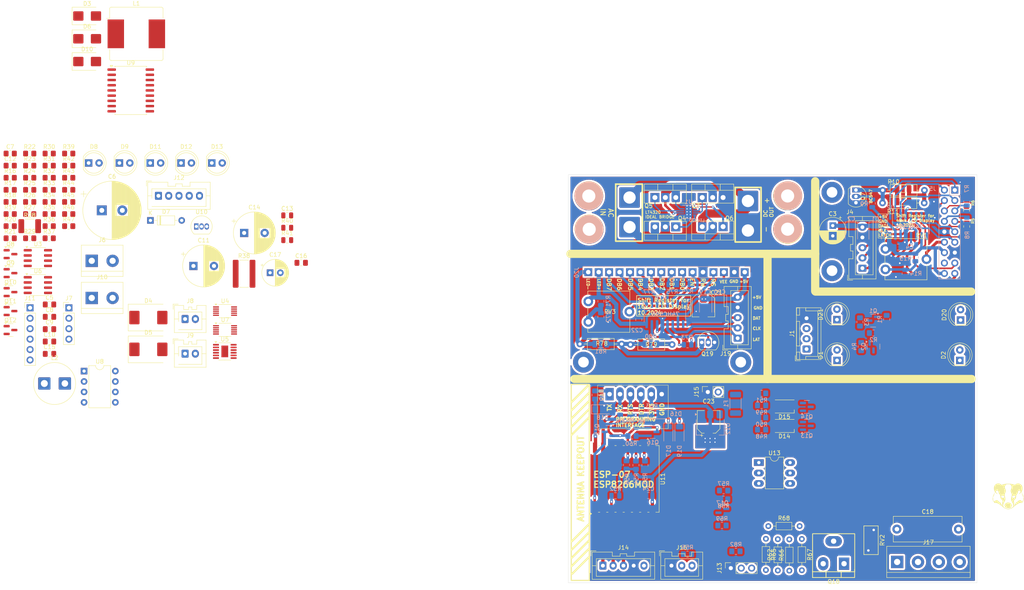
<source format=kicad_pcb>
(kicad_pcb (version 20240108) (generator "pcbnew") (generator_version "8.0")
  (layers (0 "F.Cu" signal) (31 "B.Cu" signal) (34 "B.Paste" user) (35 "F.Paste" user) (36 "B.SilkS" user "B.Silkscreen") (37 "F.SilkS" user "F.Silkscreen") (38 "B.Mask" user) (39 "F.Mask" user) (44 "Edge.Cuts" user))
  (net 0 "")
  (net 1 "GND")
  (net 2 "+5V")
  (net 3 "Net-(D2-A)")
  (net 4 "Net-(D3-K)")
  (net 5 "Net-(J1-Pin_2)")
  (net 6 "Net-(U5-TIMER)")
  (net 7 "Net-(J2-Pin_1)")
  (net 8 "Net-(D7-K)")
  (net 9 "E1")
  (net 10 "Net-(D6-K)")
  (net 11 "E2")
  (net 12 "DB1")
  (net 13 "DB3")
  (net 14 "DB7")
  (net 15 "DB5")
  (net 16 "DB4")
  (net 17 "DB0")
  (net 18 "DB2")
  (net 19 "BATT_CURRENT_HIGH")
  (net 20 "RS")
  (net 21 "DB6")
  (net 22 "Net-(D1-A)")
  (net 23 "/LT3652 MPPT/RS485_A")
  (net 24 "/LT3652 MPPT/RS485_B")
  (net 25 "Net-(D8-K)")
  (net 26 "Net-(Q3-G)")
  (net 27 "Net-(Q4-G)")
  (net 28 "Net-(Q8-C)")
  (net 29 "Net-(Q8-B)")
  (net 30 "BACKLIGHT_DRIVE")
  (net 31 "Net-(D9-K)")
  (net 32 "Net-(D11-K)")
  (net 34 "Net-(D12-K)")
  (net 35 "Net-(D13-K)")
  (net 36 "Net-(D13-A)")
  (net 37 "Net-(J1-Pin_3)")
  (net 38 "Net-(J2-Pin_2)")
  (net 39 "Net-(J3-Pin_1)")
  (net 40 "Net-(J5-Pin_12)")
  (net 41 "Net-(J5-Pin_17)")
  (net 43 "SOLAR_CURRENT_HIGH")
  (net 44 "Net-(J8-Pin_1)")
  (net 45 "Net-(J9-Pin_1)")
  (net 46 "BATT_CURRENT_LOW")
  (net 47 "RST")
  (net 48 "PGD")
  (net 49 "DBG_UART")
  (net 50 "PGC")
  (net 51 "SCL_SCK")
  (net 52 "DATA")
  (net 53 "LATCH")
  (net 54 "Net-(Q5-G)")
  (net 55 "Net-(Q6-G)")
  (net 56 "Net-(Q7-C)")
  (net 57 "Net-(Q7-B)")
  (net 58 "Net-(Q9-B)")
  (net 59 "Net-(Q9-C)")
  (net 60 "Net-(Q10-C)")
  (net 61 "Net-(Q10-B)")
  (net 62 "Net-(Q11-B)")
  (net 64 "Net-(Q12-B)")
  (net 65 "/Shift Register for 40x4 LCD Display/CLK")
  (net 66 "/Shift Register for 40x4 LCD Display/DATA")
  (net 67 "/Shift Register for 40x4 LCD Display/LATCH")
  (net 68 "SOLAR_CURRENT_LOW")
  (net 69 "Net-(U5-V_{IN_REG})")
  (net 70 "CHRG")
  (net 71 "FAULT")
  (net 72 "Net-(U5-V_{FB})")
  (net 73 "Net-(U5-SENSE)")
  (net 74 "SDA")
  (net 75 "VREF_2V5")
  (net 76 "RS232_TX")
  (net 77 "/Shift Register for 16x2 LCD Display/DATA")
  (net 78 "/Shift Register for 16x2 LCD Display/CLK")
  (net 79 "/Shift Register for 16x2 LCD Display/LATCH")
  (net 81 "RS485_OUTPUT_ENABLE")
  (net 82 "RS232_RX")
  (net 85 "TEMP1")
  (net 86 "TEMP2")
  (net 88 "Net-(U8-DC)")
  (net 89 "Net-(U8-TC)")
  (net 90 "Net-(U8-Vfb)")
  (net 91 "Net-(D10-K)")
  (net 92 "RXD")
  (net 93 "Net-(Q17-B)")
  (net 94 "Net-(U11-GPIO15)")
  (net 95 "Net-(Q19-B)")
  (net 96 "AC_POWER_DRIVE")
  (net 97 "Net-(Q19-C)")
  (net 98 "TXD")
  (net 99 "Net-(U11-EN)")
  (net 100 "+3V3")
  (net 101 "GPIO0")
  (net 102 "CLK")
  (net 104 "MOSI")
  (net 105 "PUSH_BUTTON_2")
  (net 106 "CS")
  (net 107 "DS18B20")
  (net 108 "PUSH_BUTTON_1")
  (net 109 "EN")
  (net 110 "DB7_A")
  (net 111 "DB5_A")
  (net 112 "DB4_A")
  (net 113 "DB6_A")
  (net 114 "RS_A")
  (net 115 "BACKLIGHT_DRIVE_A")
  (net 116 "Net-(D14-K)")
  (net 117 "Net-(D15-K)")
  (net 118 "DTR")
  (net 119 "RTS")
  (net 120 "Net-(Q13-B)")
  (net 121 "Net-(Q14-B)")
  (net 122 "Net-(Q15-B)")
  (net 123 "Net-(C18-Pad1)")
  (net 124 "Net-(J17-Pin_3)")
  (net 125 "Net-(D14-A)")
  (net 126 "Net-(D15-A)")
  (net 127 "Net-(D16-K)")
  (net 128 "Net-(D17-K)")
  (net 129 "Net-(J17-Pin_1)")
  (net 130 "Net-(J18-Pin_2)")
  (net 131 "Net-(J18-Pin_1)")
  (net 132 "Net-(J20-Pin_7)")
  (net 133 "Net-(J20-Pin_3)")
  (net 134 "Net-(J20-Pin_10)")
  (net 135 "Net-(J20-Pin_16)")
  (net 136 "Net-(J20-Pin_8)")
  (net 137 "Net-(J20-Pin_9)")
  (net 138 "Net-(Q16-B)")
  (net 139 "Net-(Q17-C)")
  (net 140 "Net-(Q18-G)")
  (net 141 "Net-(R14-Pad1)")
  (net 142 "Net-(R59-Pad1)")
  (net 143 "Net-(R62-Pad1)")
  (net 144 "Net-(R62-Pad2)")
  (net 145 "Net-(R66-Pad1)")
  (net 146 "Net-(R71-Pad1)")
  (net 151 "Net-(J15-Pin_2)")
  (net 155 "ZERO_CROSSING_SIGNAL")
  (footprint "Resistor_SMD:R_0805_2012Metric_Pad1.20x1.40mm_HandSolder" (layer "F.Cu") (at 10.56 46.75)
    (property "Reference" "R32")
    (property "Value" "10k")
  )
  (footprint "Capacitor_THT:CP_Radial_D6.3mm_P2.50mm" (layer "F.Cu") (at 201.382379 58.417619 -90)
    (property "Reference" "C3")
    (property "Value" "470u/6,3V")
  )
  (footprint "Connector_JST:JST_XA_B05B-XASK-1_1x05_P2.50mm_Vertical" (layer "F.Cu") (at 178.22 85.855 90)
    (property "Reference" "J19")
    (property "Value" "LCD_CONN")
  )
  (footprint "Resistor_SMD:R_1206_3216Metric" (layer "F.Cu") (at 218.50525 52.57725 180)
    (property "Reference" "R12" (hide yes))
    (property "Value" "R")
  )
  (footprint "Capacitor_THT:CP_Radial_D10.0mm_P5.00mm" (layer "F.Cu") (at 45.684646 68.25)
    (property "Reference" "C11")
    (property "Value" "470u/16V")
  )
  (footprint "Diode_SMD:D_SMB" (layer "F.Cu") (at 19.8 18.425)
    (property "Reference" "D10")
    (property "Value" "D_Schottky")
  )
  (footprint "Capacitor_THT:CP_Radial_D10.0mm_P5.00mm" (layer "F.Cu") (at 58.032323 60.2)
    (property "Reference" "C14")
    (property "Value" "670u/35V")
  )
  (footprint "Resistor_SMD:R_0805_2012Metric_Pad1.20x1.40mm_HandSolder" (layer "F.Cu") (at 1.06 52.65)
    (property "Reference" "R18")
    (property "Value" "510R")
  )
  (footprint "Resistor_SMD:R_0805_2012Metric_Pad1.20x1.40mm_HandSolder" (layer "F.Cu") (at 5.81 40.85)
    (property "Reference" "R22")
    (property "Value" "510R")
  )
  (footprint "My-Footprints:TO-220-3_V_Wide_Legs" (layer "F.Cu") (at 204.13 140.92 180)
    (property "Reference" "Q18")
    (property "Value" "BT139-600")
  )
  (footprint "Resistor_SMD:R_0805_2012Metric_Pad1.20x1.40mm_HandSolder" (layer "F.Cu") (at 1.06 58.55)
    (property "Reference" "R20")
    (property "Value" "510R")
  )
  (footprint "Resistor_SMD:R_0805_2012Metric_Pad1.20x1.40mm_HandSolder" (layer "F.Cu") (at 1.06 55.6)
    (property "Reference" "R19")
    (property "Value" "120R")
  )
  (footprint "LED_THT:LED_D5.0mm" (layer "F.Cu") (at 27.66 43.15)
    (property "Reference" "D9")
    (property "Value" "LED")
  )
  (footprint "Resistor_SMD:R_0805_2012Metric_Pad1.20x1.40mm_HandSolder" (layer "F.Cu") (at 5.81 43.8)
    (property "Reference" "R23")
    (property "Value" "10k")
  )
  (footprint "Connector_Wire:SolderWire-2.5sqmm_1x02_P7.2mm_D2.4mm_OD3.6mm" (layer "F.Cu") (at 180.72 52.41 -90)
    (property "Reference" "J3" (hide yes))
    (property "Value" "DC_OUT")
  )
  (footprint "Package_TO_SOT_SMD:SOT-23" (layer "F.Cu") (at 1.13 70)
    (property "Reference" "Q9")
    (property "Value" "BC817")
  )
  (footprint "Varistor:RV_Disc_D7mm_W3.5mm_P5mm" (layer "F.Cu") (at 210.05 137.6 90)
    (property "Reference" "RV2")
    (property "Value" "S10K275")
  )
  (footprint "Resistor_THT:R_Axial_DIN0207_L6.3mm_D2.5mm_P10.16mm_Horizontal" (layer "F.Cu") (at 139.8025 87.275)
    (property "Reference" "R78")
    (property "Value" "R")
  )
  (footprint "My-Footprints-connectors:Conn-01x06" (layer "F.Cu") (at 147.02 99.5 90)
    (property "Reference" "J18")
    (property "Value" "PROG_INTERFACE")
  )
  (footprint "Diode_THT:D_DO-35_SOD27_P7.62mm_Horizontal" (layer "F.Cu") (at 35.21 57.15)
    (property "Reference" "D7")
    (property "Value" "1N4148")
  )
  (footprint "Resistor_SMD:R_0805_2012Metric_Pad1.20x1.40mm_HandSolder" (layer "F.Cu") (at 15.31 43.8)
    (property "Reference" "R42")
    (property "Value" "10K")
  )
  (footprint "Resistor_SMD:R_0805_2012Metric" (layer "F.Cu") (at 233.99525 58.62725 90)
    (property "Reference" "R5")
    (property "Value" "10k")
  )
  (footprint "Capacitor_THT:CP_Radial_D14.0mm_P5.00mm" (layer "F.Cu") (at 23.364543 54.7)
    (property "Reference" "C6")
    (property "Value" "470u/40V")
  )
  (footprint "Resistor_SMD:R_0805_2012Metric_Pad1.20x1.40mm_HandSolder" (layer "F.Cu") (at 5.81 52.65)
    (property "Reference" "R26")
    (property "Value" "100k")
  )
  (footprint "Resistor_SMD:R_0805_2012Metric_Pad1.20x1.40mm_HandSolder" (layer "F.Cu") (at 5.81 55.6)
    (property "Reference" "R27")
    (property "Value" "100k")
  )
  (footprint "Connector_JST:JST_XA_B03B-XASK-1_1x03_P2.50mm_Vertical" (layer "F.Cu") (at 162.1 141.3)
    (property "Reference" "J16")
    (property "Value" "DS18B20")
  )
  (footprint "Diode_SMD:D_SMC" (layer "F.Cu") (at 34.705 80.83)
    (property "Reference" "D4")
    (property "Value" "D_TVS")
  )
  (footprint "TerminalBlock:TerminalBlock_bornier-2_P5.08mm" (layer "F.Cu") (at 20.92 76.05)
    (property "Reference" "J10")
    (property "Value" "BATT")
  )
  (footprint "Connector_PinHeader_2.54mm:PinHeader_1x06_P2.54mm_Vertical" (layer "F.Cu") (at 5.9 78.46)
    (property "Reference" "J11")
    (property "Value" "ICP")
  )
  (footprint "Resistor_SMD:R_0805_2012Metric_Pad1.20x1.40mm_HandSolder" (layer "F.Cu") (at 10.56 52.65)
    (property "Reference" "R34")
    (property "Value" "10K")
  )
  (footprint "Package_SO:SOIC-8_3.9x4.9mm_P1.27mm" (layer "F.Cu") (at 7.8 72.91)
    (property "Reference" "U6")
    (property "Value" "LM358")
  )
  (footprint "Package_DIP:DIP-8_W7.62mm" (layer "F.Cu") (at 19.05 93.875)
    (property "Reference" "U8")
    (property "Value" "MC34063AP")
  )
  (footprint "Package_TO_SOT_SMD:SOT-23" (layer "F.Cu") (at 1.13 79.25)
    (property "Reference" "Q11")
    (property "Value" "BC807")
  )
  (footprint "RF_Module:ESP-07" (layer "F.Cu") (at 148.375 120.15 90)
    (property "Reference" "U11")
    (property "Value" "ESP-07")
  )
  (footprint "Resistor_THT:R_Axial_DIN0207_L6.3mm_D2.5mm_P10.16mm_Horizontal" (layer "F.Cu") (at 223.65525 52.89725 180)
    (property "Reference" "R11")
    (property "Value" "R")
  )
  (footprint "Capacitor_SMD:C_0805_2012Metric_Pad1.18x1.45mm_HandSolder" (layer "F.Cu") (at 10.63 80.65)
    (property "Reference" "C8")
    (property "Value" "0R")
  )
  (footprint "Connector_JST:JST_XA_B05B-XASK-1_1x05_P2.50mm_Vertical" (layer "F.Cu") (at 145.4 141.3)
    (property "Reference" "J14")
    (property "Value" "DISPLAY")
  )
  (footprint "Capacitor_THT:C_Rect_L16.5mm_W6.0mm_P15.00mm_MKT" (layer "F.Cu") (at 217 132.4)
    (property "Reference" "C18")
    (property "Value" "22n/250V AC")
  )
  (footprint "Connector_PinSocket_2.54mm:PinSocket_1x03_P2.54mm_Vertical" (layer "F.Cu") (at 176.55 141.9 90)
    (property "Reference" "J13")
    (property "Value" "PUSH_BUTTON")
  )
  (footprint "Resistor_SMD:R_0805_2012Metric_Pad1.20x1.40mm_HandSolder" (layer "F.Cu") (at 15.31 49.7)
    (property "Reference" "R44")
    (property "Value" "10K")
  )
  (footprint "Package_TO_SOT_SMD:SOT-23" (layer "F.Cu") (at 1.13 83.875)
    (property "Reference" "Q12")
    (property "Value" "BC807")
  )
  (footprint "Resistor_THT:R_Axial_DIN0204_L3.6mm_D1.6mm_P7.62mm_Horizontal" (layer "F.Cu") (at 193.85 134.8 -90)
    (property "Reference" "R67")
    (property "Value" "200R")
  )
  (footprint "LED_THT:LED_D5.0mm" (layer "F.Cu") (at 50.16 43.15)
    (property "Reference" "D13")
    (property "Value" "LED")
  )
  (footprint "Diode_SMD:D_SMB" (layer "F.Cu") (at 19.8 12.875)
    (property "Reference" "D6")
    (property "Value" "D_Schottky")
  )
  (footprint "My-Footprints:TO-220-3_Vertical-little-bigger pads" (layer "F.Cu") (at 174.67 58.67 180)
    (property "Reference" "Q6")
    (property "Value" "IRF540N")
  )
  (footprint "Resistor_THT:R_Axial_DIN0204_L3.6mm_D1.6mm_P7.62mm_Horizontal" (layer "F.Cu") (at 185.1 134.75 -90)
    (property "Reference" "R65")
    (property "Value" "200R")
  )
  (footprint "My-Footprints:TO-220-3_Vertical-little-bigger pads" (layer "F.Cu") (at 163.15 58.725 180)
    (property "Reference" "Q4")
    (property "Value" "IRF540N")
  )
  (footprint "Capacitor_SMD:C_0805_2012Metric_Pad1.18x1.45mm_HandSolder" (layer "F.Cu") (at 10.63 77.64)
    (property "Reference" "C5")
    (property "Value" "100n")
  )
  (footprint "Connector_PinHeader_2.54mm:PinHeader_1x04_P2.54mm_Vertical" (layer "F.Cu") (at 15.36 78.46)
    (property "Reference" "J7")
    (property "Value" "RS485")
  )
  (footprint "Inductor_THT:L_Radial_D10.0mm_P5.00mm_Fastron_07P" (layer "F.Cu") (at 9.375 96.9)
    (property "Reference" "L2")
    (property "Value" "220uH")
  )
  (footprint "Connector_Wire:SolderWire-2.5sqmm_1x02_P7.2mm_D2.4mm_OD3.6mm" (layer "F.Cu") (at 151.89 58.77 90)
    (property "Reference" "J2" (hide yes))
    (property "Value" "AC_IN")
  )
  (footprint "Resistor_SMD:R_0805_2012Metric_Pad1.20x1.40mm_HandSolder" (layer "F.Cu") (at 5.81 46.75)
    (property "Reference" "R24")
    (property "Value" "10k")
  )
  (footprint "LED_SMD:LED_PLCC-2_3.4x3.0mm_KA" (layer "F.Cu") (at 189.6 102.5 180)
    (property "Reference" "D15")
    (property "Value" "LED")
  )
  (footprint "Potentiometer_THT:Potentiometer_ACP_CA9-V10_Vertical" (layer "F.Cu") (at 141.85 81.9)
    (property "Reference" "RV3")
    (property "Value" "10k")
  )
  (footprint "Capacitor_SMD:C_1812_4532Metric" (layer "F.Cu") (at 5.81 58.55)
    (property "Reference" "R28")
    (property "Value" "50mR")
  )
  (footprint "Resistor_SMD:R_0805_2012Metric_Pad1.20x1.40mm_HandSolder" (layer "F.Cu") (at 10.56 55.6)
    (property "Reference" "R35")
    (property "Value" "220R")
  )
  (footprint "Connector_JST:JST_XA_B02B-XASK-1-A_1x02_P2.50mm_Vertical" (layer "F.Cu") (at 43.65 89.63)
    (property "Reference" "J9")
    (property "Value" "THERMISTOR")
  )
  (footprint "TerminalBlock:TerminalBlock_bornier-2_P5.08mm" (layer "F.Cu") (at 20.92 67)
    (property "Reference" "J6")
    (property "Value" "SOLAR_PANEL")
  )
  (footprint "Capacitor_SMD:C_0805_2012Metric_Pad1.18x1.45mm_HandSolder" (layer "F.Cu") (at 10.63 86.67)
    (property "Reference" "C10")
    (property "Value" "1u/10V")
  )
  (footprint "Capacitor_SMD:CP_Elec_5x5.7" (layer "F.Cu") (at 169.9 77.9 -90)
    (property "Reference" "C21")
    (property "Value" "470u/6,3V")
  )
  (footprint "Capacitor_SMD:C_0805_2012Metric" (layer "F.Cu") (at 68.527677 55.93)
    (property "Reference" "C13")
    (property "Value" "100n")
  )
  (footprint "Package_SO:SOIC-18W_7.5x11.6mm_P1.27mm" (layer "F.Cu") (at 30.425 25.47)
    (property "Reference" "U9")
    (property "Value" "PIC16F819-ISO")
  )
  (footprint "Resistor_THT:R_Axial_DIN0204_L3.6mm_D1.6mm_P7.62mm_Horizontal" (layer "F.Cu") (at 185.69 131.66)
    (property "Reference" "R68")
    (property "Value" "390R")
  )
  (footprint "Capacitor_SMD:C_0805_2012Metric_Pad1.18x1.45mm_HandSolder" (layer "F.Cu") (at 71.927677 67.48)
    (property "Reference" "C16")
    (property "Value" "100p")
  )
  (footprint "Resistor_SMD:R_0805_2012Metric_Pad1.20x1.40mm_HandSolder" (layer "F.Cu") (at 15.31 40.85)
    (property "Reference" "R39")
    (property "Value" "1k")
  )
  (footprint "Package_TO_SOT_SMD:SOT-23" (layer "F.Cu") (at 1.13 74.625)
    (property "Reference" "Q10")
    (property "Value" "BC817")
  )
  (footprint "Capacitor_SMD:CP_Elec_5x5.7" (layer "F.Cu") (at 171.15 106.25 90)
    (property "Reference" "C23")
    (property "Value" "470u/6,3V")
  )
  (footprint "Resistor_SMD:R_0805_2012Metric_Pad1.20x1.40mm_HandSolder" (layer "F.Cu") (at 1.06 49.7)
    (property "Reference" "R17")
    (property "Value" "100m")
  )
  (footprint "My-Footprints:TO-220-3_Vertical-little-bigger pads" (layer "F.Cu") (at 169.59 51.57)
    (property "Reference" "Q3")
    (property "Value" "IRF540N")
  )
  (footprint "Package_SO:VSSOP-10_3x3mm_P0.5mm" (layer "F.Cu") (at 53.38 79.255)
    (property "Reference" "U4")
    (property "Value" "INA226")
  )
  (footprint "Package_TO_SOT_SMD:SOT-23" (layer "F.Cu") (at 1.13 65.375)
    (property "Reference" "Q8")
    (property "Value" "BC817")
  )
  (footprint "LED_THT:LED_D5.0mm" (layer "F.Cu") (at 20.16 43.15)
    (property "Reference" "D8")
    (property "Value" "LED")
  )
  (footprint "My-Footprints:TO-92_Inline_LITTLE_BIGGER" (layer "F.Cu") (at 207.02525 50.03725 -90)
    (property "Reference" "Q7")
    (property "Value" "BC547")
  )
  (footprint "Potentiometer_THT:Potentiometer_ACP_CA9-V10_Vertical" (layer "F.Cu") (at 214.20525 69.09725)
    (property "Reference" "RV1")
    (property "Value" "10k")
  )
  (footprint "Resistor_SMD:R_0805_2012Metric_Pad1.20x1.40mm_HandSolder" (layer "F.Cu") (at 10.56 40.85)
    (property "Reference" "R30")
    (property "Value" "100m")
  )
  (footprint "Resistor_SMD:R_0805_2012Metric_Pad1.20x1.40mm_HandSolder" (layer "F.Cu") (at 10.56 61.5)
    (property "Reference" "R37")
    (property "Value" "220R")
  )
  (footprint "Package_DIP:DIP-6_W7.62mm_LongPads" (layer "F.Cu") (at 183.375 116.175)
    (property "Reference" "U13")
    (property "Value" "MOC3033M")
  )
  (footprint "Resistor_SMD:R_0805_2012Metric_Pad1.20x1.40mm_HandSolder" (layer "F.Cu") (at 1.06 61.5)
    (property "Reference" "R21")
    (property "Value" "510R")
  )
  (footprint "Resistor_SMD:R_0805_2012Metric_Pad1.20x1.40mm_HandSolder" (layer "F.Cu") (at 10.56 43.8)
    (property "Reference" "R31")
    (property "Value" "10k")
  )
  (footprint "Resistor_SMD:R_0805_2012Metric_Pad1.20x1.40mm_HandSolder" (layer "F.Cu") (at 5.81 49.7)
    (property "Reference" "R25")
    (property "Value" "100K")
  )
  (footprint "LED_THT:LED_D5.0mm" (layer "F.Cu") (at 35.16 43.15)
    (property "Reference" "D11")
    (property "Value" "LED")
  )
  (footprint "Resistor_SMD:R_0805_2012Metric_Pad1.20x1.40mm_HandSolder" (layer "F.Cu") (at 10.56 58.55)
    (property "Reference" "R36")
    (property "Value" "10K")
  )
  (footprint "Package_SO:SOIC-8_3.9x4.9mm_P1.27mm" (layer "F.Cu") (at 7.8 66.33)
    (property "Reference" "U3")
    (property "Value" "ST485")
  )
  (footprint "Connector_JST:JST_XH_B4B-XH-A_1x04_P2.50mm_Vertical" (layer "F.Cu") (at 195 88.5 90)
    (property "Reference" "J1")
    (property "Value" "DIODE_BLINK_METER")
  )
  (footprint "Package_SO:VSSOP-10_3x3mm_P0.5mm" (layer "F.Cu") (at 53.38 83.83)
    (property "Reference" "U7")
    (property "Value" "INA226")
  )
  (footprint "Capacitor_SMD:C_0805_2012Metric_Pad1.18x1.45mm_HandSolder" (layer "F.Cu") (at 10.63 83.66)
    (property "Reference" "C9")
    (property "Value" "100n")
  )
  (footprint "Connector_JST:JST_XA_B02B-XASK-1-A_1x02_P2.50mm_Vertical" (layer "F.Cu") (at 43.65 81.18)
    (property "Reference" "J8")
    (property "Value" "THERMISTOR")
  )
  (footprint "Resistor_SMD:R_0805_2012Metric_Pad1.20x1.40mm_HandSolder" (layer "F.Cu") (at 15.31 46.75)
    (property "Reference" "R43")
    (property "Value" "220R")
  )
  (footprint "Resistor_SMD:R_0805_2012Metric" (layer "F.Cu") (at 233.95525 54.74725 90)
    (property "Reference" "R6")
    (property "Value" "10k")
  )
  (footprint "Capacitor_SMD:C_0805_2012Metric_Pad1.18x1.45mm_HandSolder" (layer "F.Cu") (at 10.63 89.68)
    (property "Reference" "C15")
    (property "Value" "100n")
  )
  (footprint "graphic:honeybadger2" (layer "F.Cu") (at 244.1 124.425)
    (property "Reference" "G***" (hide yes))
    (property "Value" "LOGO" (hide yes))
  )
  (footprint "Connector_JST:JST_XA_B05B-XASK-1-A_1x05_P2.50mm_Vertical" (layer "F.Cu") (at 37.16 51.15)
    (property "Reference" "J12")
    (property "Value" "LCD_DISPLAY")
  )
  (footprint "LED_THT:LED_D5.0mm" (layer "F.Cu") (at 42.66 43.15)
    (property "Reference" "D12")
    (property "Value" "LED")
  )
  (footprint "Connector_JST:JST_XA_B05B-XASK-1_1x05_P2.50mm_Vertical" (layer "F.Cu") (at 208.60525 68.79725 90)
    (property "Reference" "J4")
    (property "Value" "LCD_CONN")
  )
  (footprint "Resistor_THT:R_Axial_DIN0207_L6.3mm_D2.5mm_P10.16mm_Horizontal" (layer "F.Cu") (at 162.2625 87.405 180)
    (property "Reference" "R79")
    (property "Value" "R")
  )
  (footprint "Resistor_SMD:R_0805_2012Metric_Pad1.20x1.40mm_HandSolder" (layer "F.Cu") (at 10.56 49.7)
    (property "Reference" "R33")
    (property "Value" "10k")
  )
  (footprint "Capacitor_SMD:C_1825_4564Metric" (layer "F.Cu") (at 58.017677 70.15)
    (property "Reference" "R38")
    (property "Value" "500m")
  )
  (footprint "Resistor_SMD:R_0805_2012Metric_Pad1.20x1.40mm_HandSolder" (layer "F.Cu") (at 1.06 43.8)
    (property "Reference" "C12")
    (property "Value" "100n")
  )
  (footprint "Resistor_SMD:R_0805_2012Metric_Pad1.20x1.40mm_HandSolder" (layer "F.Cu") (at 15.31 58.55)
    (property "Reference" "R47")
    (property "Value" "220R")
  )
  (footprint "My-Footprints:TO-92_Inline_LITTLE_BIGGER" (layer "F.Cu") (at 169.78 86.875)
    (property "Reference" "Q19")
    (property "Value" "BC547")
  )
  (footprint "My-Footprints:TO-220-3_Vertical-little-bigger pads" (layer "F.Cu") (at 158.07 51.57)
    (property "Reference" "Q5")
    (property "Value" "IRF540N")
  )
  (footprint "Resistor_SMD:R_0805_2012Metric_Pad1.20x1.40mm_HandSolder" (layer "F.Cu") (at 15.31 52.65)
    (property "Reference" "R45")
    (property "Value" "220R")
  )
  (footprint "Resistor_SMD:R_0805_2012Metric_Pad1.20x1.40mm_HandSolder" (layer "F.Cu") (at 15.31 55.6)
    (property "Reference" "R46")
    (property "Value" "10K")
  )
  (footprint "Resistor_SMD:R_0805_2012Metric_Pad1.20x1.40mm_HandSolder" (layer "F.Cu") (at 1.06 40.85)
    (property "Reference" "C7")
    (property "Value" "100n")
  )
  (footprint "LED_SMD:LED_PLCC-2_3.4x3.0mm_KA" (layer "F.Cu") (at 189.6 107.25 180)
    (property "Reference" "D14")
    (property "Value" "LED")
  )
  (footprint "TerminalBlock:TerminalBlock_bornier-4_P5.08mm" (layer "F.Cu") (at 217.06 140.4)
    (property "Reference" "J17")
    (property "Value" "230V AC")
  )
  (footprint "Package_SO:MSOP-12-1EP_3x4mm_P0.65mm_EP1.65x2.85mm" (layer "F.Cu") (at 53.32 89.08)
    (property "Reference" "U5")
    (property "Value" "LT3652EMSE")
  )
  (footprint "Resistor_SMD:R_0805_2012Metric_Pad1.20x1.40mm_HandSolder" (layer "F.Cu") (at 1.06 46.75)
    (property "Reference" "R16")
    (property "Value" "100m")
  )
  (footprint "Resistor_SMD:R_1206_3216Metric" (layer "F.Cu") (at 218.50525 49.42225 180)
    (property "Reference" "R13" (hide yes))
    (property "Value" "R")
  )
  (footprint "Package_TO_SOT_THT:TO-92_Inline" (layer "F.Cu") (at 46.39 58.63)
    (property "Reference" "U10")
    (property "Value" "TL431LP")
  )
  (footprint "LED_THT:LED_D5.0mm" (layer "F.Cu") (at 232.5 81.44 90)
    (property "Reference" "D20")
    (property "Value" "BPV10")
  )
  (footprint "Resistor_THT:R_Axial_DIN0204_L3.6mm_D1.6mm_P7.62mm_Horizontal" (layer "F.Cu") (at 188 142.47 90)
    (property "Reference" "R62")
    (property "Value" "200R")
  )
  (footprint "Capacitor_SMD:C_0805_2012Metric" (layer "F.Cu") (at 68.527677 58.94)
    (property "Reference" "R40")
    (property "Value" "10k")
  )
  (footprint "Resistor_SMD:R_0805_2012Metric_Pad1.20x1.40mm_HandSolder" (layer "F.Cu") (at 5.81 61.5)
    (property "Reference" "R29")
    (property "Value" "100K")
  )
  (footprint "Resistor_THT:R_Axial_DIN0204_L3.6mm_D1.6mm_P7.62mm_Horizontal" (layer "F.Cu") (at 190.8 142.52 90)
    (property "Reference" "R66")
    (property "Value" "200R")
  )
  (footprint "Capacitor_SMD:C_0805_2012Metric" (layer "F.Cu") (at 68.527677 61.95)
    (property "Reference" "R41")
    (property "Value" "3k3")
  )
  (footprint "Resistor_THT:R_Axial_DIN0207_L6.3mm_D2.5mm_P10.16mm_Horizontal" (layer "F.Cu") (at 223.70525 49.79725 180)
    (property "Reference" "R10")
    (property "Value" "R")
  )
  (footprint "Diode_SMD:D_SMC" (layer "F.Cu") (at 34.705 88.58)
    (property "Reference" "D5")
    (property "Value" "D_TVS")
  )
  (footprint "LED_THT:LED_D5.0mm" (layer "F.Cu") (at 202.425 91.265 90)
    (property "Reference" "D1")
    (property "Value" "BPV10")
  )
  (footprint "Inductor_SMD:L_Bourns_SRR1208_12.7x12.7mm" (layer "F.Cu") (at 31.78 11.675)
    (property "Reference" "L1")
    (property "Value" "L")
  )
  (footprint "Connector_PinSocket_2.54mm:PinSocket_1x02_P2.54mm_Vertical" (layer "F.Cu") (at 170.95 98.975 90)
    (property "Reference" "J15")
    (property "Value" "POWER_SUPPLY")
  )
  (footprint "Diode_SMD:D_SMB" (layer "F.Cu") (at 19.8 7.325)
    (property "Reference" "D3")
    (property "Value" "D_Schottky")
  )
  (footprint "LED_THT:LED_D5.0mm" (layer "F.Cu") (at 232.325 91.265 90)
    (property "Reference" "D2")
    (property "Value" "BPV10")
  )
  (footprint "Capacitor_THT:CP_Radial_D6.3mm_P2.50mm" (layer "F.Cu") (at 64.352918 69.9)
    (property "Reference" "C17")
    (property "Value" "560u/6,3V")
  )
  (footprint "LED_THT:LED_D5.0mm" (layer "F.Cu") (at 202.4 81.34 90)
    (property "Reference" "D21")
    (property "Value" "BPV10")
  )
  (footprint "Resistor_SMD:R_0805_2012Metric" (layer "B.Cu") (at 156.52 72.755)
    (property "Reference" "R77")
    (property "Value" "10k")
  )
  (footprint "Resistor_SMD:R_0805_2012Metric_Pad1.20x1.40mm_HandSolder" (layer "B.Cu") (at 152.5 107.5)
    (property "Reference" "R60")
    (property "Value" "10k")
  )
  (footprint "Resistor_SMD:R_0805_2012Metric" (layer "B.Cu") (at 234.00525 52.60725 -90)
    (property "Reference" "R7")
    (property "Value" "10k")
  )
  (footprint "Resistor_SMD:R_0805_2012Metric_Pad1.20x1.40mm_HandSolder" (layer "B.Cu") (at 184.05 99.3)
    (property "Reference" "R51")
    (property "Value" "220R")
  )
  (footprint "Connector_PinSocket_2.54mm:PinSocket_1x16_P2.54mm_Vertical" (layer "B.Cu") (at 179.94 69.755 90)
    (property "Reference" "J20")
    (property "Value" "LCD16x2")
  )
  (footprint "Capacitor_Tantalum_SMD:CP_EIA-3528-21_Kemet-B" (layer "B.Cu") (at 205.90525 59.97725 -90)
    (property "Reference" "C2")
    (property "Value" "470u/6,3V")
  )
  (footprint "Resistor_SMD:R_0805_2012Metric_Pad1.20x1.40mm_HandSolder" (layer "B.Cu") (at 152.5 109.7 180)
    (property "Reference" "R61")
    (property "Value" "10k")
  )
  (footprint "Package_TO_SOT_SMD:SOT-23" (layer "B.Cu") (at 211.3 87.9 -90)
    (property "Reference" "Q2")
    (property "Value" "BC817")
  )
  (footprint "Resistor_SMD:R_0805_2012Metric_Pad1.20x1.40mm_HandSolder" (layer "B.Cu") (at 177.8 137.8 180)
    (property "Reference" "R82")
    (property "Value" "10k")
  )
  (footprint "Resistor_SMD:R_0805_2012Metric" (layer "B.Cu") (at 234.03525 57.37725 90)
    (property "Reference" "R8")
    (property "Value" "10k")
  )
  (footprint "Resistor_SMD:R_0805_2012Metric" (layer "B.Cu") (at 221.50525 66.16725 90)
    (property "Reference" "R15")
    (property "Value" "10k")
  )
  (footprint "Fuse:Fuse_2010_5025Metric" (layer "B.Cu") (at 177.7 101.85 -90)
    (property "Reference" "F1")
    (property "Value" "1A")
  )
  (footprint "Resistor_SMD:R_0805_2012Metric_Pad1.20x1.40mm_HandSolder" (layer "B.Cu") (at 208.3 87.9 -90)
    (property "Reference" "R4")
    (property "Value" "22k")
  )
  (footprint "Capacitor_SMD:C_0805_2012Metric" (layer "B.Cu") (at 217.31525 63.64325)
    (property "Reference" "C4")
    (property "Value" "100n")
  )
  (footprint "Diode_SMD:D_MiniMELF" (layer "B.Cu") (at 161.35 109.2 -90)
    (property "Reference" "D17")
    (property "Value" "3V3")
  )
  (footprint "Resistor_SMD:R_0805_2012Metric" (layer "B.Cu") (at 162.32 72.755 180)
    (property "Reference" "R75")
    (property "Value" "10k")
  )
  (footprint "Package_SO:SOIC-16_3.9x9.9mm_P1.27mm" (layer "B.Cu") (at 219.80525 58.49725 -90)
    (property "Reference" "U2")
    (property "Value" "74HC595")
  )
  (footprint "Package_TO_SOT_SMD:SOT-23" (layer "B.Cu") (at 195.07 102.6)
    (property "Reference" "Q14")
    (property "Value" "BC807")
  )
  (footprint "Capacitor_SMD:C_0805_2012Metric" (layer "B.Cu") (at 156.5 124.2 180)
    (property "Reference" "C24")
    (property "Value" "100n")
  )
  (footprint "Resistor_SMD:R_0805_2012Metric" (layer "B.Cu") (at 144.92 80.655 -90)
    (property "Reference" "R72")
    (property "Value" "39k")
  )
  (footprint "Resistor_SMD:R_0805_2012Metric" (layer "B.Cu") (at 219.00525 70.09725 -90)
    (property "Reference" "R14")
    (property "Value" "39k")
  )
  (footprint "Resistor_SMD:R_0805_2012Metric" (layer "B.Cu") (at 211.00525 52.99725 90)
    (property "Reference" "R9")
    (property "Value" "10k")
  )
  (footprint "Resistor_SMD:R_0805_2012Metric_Pad1.20x1.40mm_HandSolder" (layer "B.Cu") (at 208 81.9 90)
    (property "Reference" "R3")
    (property "Value" "22k")
  )
  (footprint "Resistor_SMD:R_0805_2012Metric_Pad1.20x1.40mm_HandSolder" (layer "B.Cu") (at 151.15 116.75 90)
    (property "Reference" "R56")
    (property "Value" "10k")
  )
  (footprint "Resistor_SMD:R_0805_2012Metric" (layer "B.Cu") (at 144.92 76.855 90)
    (property "Reference" "R71")
    (property "Value" "10k")
  )
  (footprint "Resistor_SMD:R_0805_2012Metric_Pad1.20x1.40mm_HandSolder" (layer "B.Cu") (at 174.8 123 180)
    (property "Reference" "R57")
    (property "Value" "10k")
  )
  (footprint "Resistor_SMD:R_0805_2012Metric_Pad1.20x1.40mm_HandSolder" (layer "B.Cu") (at 174.8 125.1)
    (property "Reference" "R58")
    (property "Value" "47k")
  )
  (footprint "Package_TO_SOT_SMD:SOT-23" (layer "B.Cu") (at 195.07 107.225)
    (property "Reference" "Q13")
    (property "Value" "BC807")
  )
  (footprint "Package_TO_SOT_SMD:SOT-223-3_TabPin2" (layer "B.Cu") (at 171.5375 107.5625 -90)
    (property "Reference" "U12")
    (property "Value" "AMS1117-3.3")
  )
  (footprint "Resistor_SMD:R_0805_2012Metric_Pad1.20x1.40mm_HandSolder" (layer "B.Cu") (at 184.05 102.25)
    (property "Reference" "R49")
    (property "Value" "10K")
  )
  (footprint "Capacitor_Tantalum_SMD:CP_EIA-3528-21_Kemet-B" (layer "B.Cu") (at 211.70525 59.99725 -90)
    (property "Reference" "C1")
    (property "Value" "470u/6,3V")
  )
  (footprint "Resistor_SMD:R_0805_2012Metric" (layer "B.Cu") (at 159.42 73.455 90)
    (property "Reference" "R76")
    (property "Value" "10k")
  )
  (footprint "Resistor_SMD:R_0805_2012Metric_Pad1.20x1.40mm_HandSolder" (layer "B.Cu") (at 184.05 108.15)
    (property "Reference" "R48")
    (property "Value" "10K")
  )
  (footprint "Capacitor_SMD:C_0805_2012Metric" (layer "B.Cu") (at 154.15 81.335 90)
    (property "Reference" "C22")
    (property "Value" "100n")
  )
  (footprint "Resistor_SMD:R_0805_2012Metric_Pad1.20x1.40mm_HandSolder" (layer "B.Cu") (at 211.3 84.6)
    (property "Reference" "R2")
    (property "Value" "47k")
  )
  (footprint "Package_TO_SOT_SMD:SOT-23" (layer "B.Cu") (at 174.5 128.4 180)
    (property "Reference" "Q17")
    (property "Value" "BC817")
  )
  (footprint "Package_TO_SOT_SMD:SOT-23" (layer "B.Cu") (at 146.7875 108.6875 180)
    (property "Reference" "Q15")
    (property "Value" "BC817")
  )
  (footprint "Package_DFN_QFN:DFN-8-1EP_3x3mm_P0.5mm_EP1.65x2.38mm" (layer "B.Cu") (at 166.2725 55.07 180)
    (property "Reference" "U1")
    (property "Value" "LT4320xDD-1")
  )
  (footprint "Resistor_SMD:R_0805_2012Metric_Pad1.20x1.40mm_HandSolder" (layer "B.Cu") (at 143.5 99.7 90)
    (property "Reference" "R69")
    (property "Value" "1k")
  )
  (footprint "Resistor_SMD:R_0805_2012Metric_Pad1.20x1.40mm_HandSolder" (layer "B.Cu") (at 154.75 103.6 90)
    (property "Reference" "R63")
    (property "Value" "560R")
  )
  (footprint "Resistor_SMD:R_0805_2012Metric" (layer "B.Cu") (at 166.02 87.455)
    (property "Reference" "R73")
    (property "Value" "10k")
  )
  (footprint "Connector_PinHeader_2.54mm:PinHeader_2x09_P2.54mm_Vertical" (layer "B.Cu") (at 231.10525 49.75725 180)
    (property "Reference" "J5")
    (property "Value" "LCD_DISPLAY")
  )
  (footprint "Package_SO:SOIC-16_3.9x9.9mm_P1.27mm" (layer "B.Cu") (at 160.505 79.955 -90)
    (property "Reference" "U14")
    (property "Value" "74HC595")
  )
  (footprint "Resistor_SMD:R_0805_2012Metric_Pad1.20x1.40mm_HandSolder" (layer "B.Cu") (at 152.05 103.6 90)
    (property "Reference" "R64")
    (property "Value" "560R")
  )
  (footprint "Diode_SMD:D_MiniMELF" (layer "B.Cu") (at 164.05 109.2 -90)
    (property "Reference" "D19")
    (property "Value" "3V3")
  )
  (footprint "Resistor_SMD:R_0805_2012Metric_Pad1.20x1.40mm_HandSolder" (layer "B.Cu") (at 166 138.5 180)
    (property "Reference" "R55")
    (property "Value" "10k")
  )
  (footprint "Resistor_SMD:R_1206_3216Metric" (layer "B.Cu") (at 157.0825 87.255 180)
    (property "Reference" "R80")
    (property "Value" "R")
  )
  (footprint "Package_TO_SOT_SMD:SOT-23" (layer "B.Cu") (at 211.2125 81.5875 180)
    (property "Reference" "Q1")
    (property "Value" "BC817")
  )
  (footprint "Package_TO_SOT_SMD:SOT-23" (layer "B.Cu") (at 157.5 108.7)
    (property "Reference" "Q16")
    (property "Value" "BC817")
  )
  (footprint "Capacitor_Tantalum_SMD:CP_EIA-3528-21_Kemet-B" (layer "B.Cu") (at 174.05 77.795 -90)
    (property "Reference" "C20")
    (property "Value" "470u/6,3V")
  )
  (footprint "Diode_SMD:D_MiniMELF" (layer "B.Cu") (at 159.05 104.4)
    (property "Reference" "D16")
    (property "Value" "3V3")
  )
  (footprint "Resistor_SMD:R_0805_2012Metric" (layer "B.Cu") (at 165.92 72.655 180)
    (property "Reference" "R74")
    (property "Value" "10k")
  )
  (footprint "Resistor_SMD:R_0805_2012Metric_Pad1.20x1.40mm_HandSolder" (layer "B.Cu") (at 184.05 105.2)
    (property "Reference" "R50")
    (property "Value" "220R")
  )
  (footprint "Resistor_SMD:R_0805_2012Metric_Pad1.20x1.40mm_HandSolder" (layer "B.Cu") (at 174.4 131.5 180)
    (property "Reference" "R59")
    (property "Value" "47R")
  )
  (footprint "Capacitor_SMD:C_0805_2012Metric" (layer "B.Cu") (at 148.45 124.25 180)
    (property "Reference" "R52")
    (property "Value" "10k")
  )
  (footprint "Resistor_SMD:R_0805_2012Metric_Pad1.20x1.40mm_HandSolder" (layer "B.Cu") (at 214.5 81.3 -90)
    (property "Reference" "R1")
    (property "Value" "47k")
  )
  (footprint "Resistor_SMD:R_1206_3216Metric" (layer "B.Cu") (at 144.8825 87.255)
    (property "Reference" "R81")
    (property "Value" "R")
  )
  (footprint "Diode_SMD:D_MiniMELF" (layer "B.Cu") (at 145.3 103.2)
    (property "Reference" "D18")
    (property "Value" "3V3")
  )
  (footprint "Resistor_SMD:R_0805_2012Metric_Pad1.20x1.40mm_HandSolder" (layer "B.Cu") (at 153.45 116.8 -90)
    (property "Reference" "R54")
    (property "Value" "10k")
  )
  (footprint "Resistor_SMD:R_0805_2012Metric_Pad1.20x1.40mm_HandSolder" (layer "B.Cu") (at 149.6 103.6 90)
    (property "Reference" "R70")
    (property "Value" "1k")
  )
  (footprint "Capacitor_Tantalum_SMD:CP_EIA-3528-21_Kemet-B" (layer "B.Cu") (at 170.43 77.7875 -90)
    (property "Reference" "C19")
    (property "Value" "470u/6,3V")
  )
  (footprint "Resistor_SMD:R_0805_2012Metric_Pad1.20x1.40mm_HandSolder" (layer "B.Cu") (at 155.65 116.8 -90)
    (property "Reference" "R53")
    (property "Value" "10k")
  )
  (gr_rect (start 168 107.1) (end 175.1 112.6) (stroke (width 0.2)) (fill solid) (layer "F.Cu") (net 100))
  (gr_poly (pts (xy 161.57 58.61) (xy 161.57 60.01) (xy 161.87 60.31) (xy 178.32 60.31) (xy 178.32 62.31) (xy 178.37 62.26) (xy 161.17 62.26) (xy 159.62 60.71) (xy 159.62 59.06) (xy 160.07 58.61)) (stroke (width 0.2)) (fill solid) (layer "F.Cu") (net 1))
  (gr_poly (pts (xy 216.67525 64.62725) (xy 214.69525 64.62725) (xy 214.69525 60.84925) (xy 215.06525 61.06725) (xy 215.55525 61.06725) (xy 215.55525 62.39725) (xy 215.55525 62.57725) (xy 216.75525 63.77725) (xy 216.75525 64.54725)) (stroke (width 0.2)) (fill solid) (layer "B.Cu") (net 2))
  (gr_rect (start 168 107.1) (end 175.1 112.6) (stroke (width 0.2)) (fill solid) (layer "B.Cu") (net 100))
  (gr_circle (center 142.04 59.29) (end 145.49 59.29) (stroke (width 0.1)) (fill solid) (layer "B.SilkS"))
  (gr_circle (center 190.4 59.2) (end 193.85 59.2) (stroke (width 0.1)) (fill solid) (layer "B.SilkS"))
  (gr_circle (center 141.96 51.14) (end 145.41 51.14) (stroke (width 0.1)) (fill solid) (layer "B.SilkS"))
  (gr_circle (center 190.47 51.1) (end 193.92 51.1) (stroke (width 0.1)) (fill solid) (layer "B.SilkS"))
  (gr_line (start 141.962563 101.237437) (end 137.82 105.38) (stroke (width 0.5)) (layer "F.SilkS"))
  (gr_line (start 141.962563 133.237437) (end 137.82 137.38) (stroke (width 0.5)) (layer "F.SilkS"))
  (gr_rect (start 137.7 97.1) (end 142.1 144.9) (stroke (width 0.3)) (fill none) (layer "F.SilkS"))
  (gr_line (start 141.962563 105.237437) (end 137.82 109.38) (stroke (width 0.5)) (layer "F.SilkS"))
  (gr_line (start 141.962563 99.237437) (end 137.82 103.38) (stroke (width 0.5)) (layer "F.SilkS"))
  (gr_line (start 197.1 74.4) (end 197.1 47.6) (stroke (width 2)) (layer "F.SilkS"))
  (gr_line (start 141.962563 103.237437) (end 137.82 107.38) (stroke (width 0.5)) (layer "F.SilkS"))
  (gr_line (start 185.5 95.8) (end 185.5 65.3) (stroke (width 2)) (layer "F.SilkS"))
  (gr_rect (start 153.6125 75.475) (end 166.7875 80.475) (stroke (width 0.15)) (fill none) (layer "F.SilkS"))
  (gr_line (start 197.2 74.5) (end 235.1 74.5) (stroke (width 2)) (layer "F.SilkS"))
  (gr_circle (center 190.39 51.14) (end 193.84 51.14) (stroke (width 0.1)) (fill solid) (layer "F.SilkS"))
  (gr_line (start 141.962563 135.237437) (end 137.82 139.38) (stroke (width 0.5)) (layer "F.SilkS"))
  (gr_line (start 141.962563 139.237437) (end 137.912821 143.287179) (stroke (width 0.5)) (layer "F.SilkS"))
  (gr_line (start 138.45 95.8) (end 235.2 95.8) (stroke (width 2)) (layer "F.SilkS"))
  (gr_rect (start 177.62 49.11) (end 183.92 62.41) (stroke (width 0.4)) (fill none) (layer "F.SilkS"))
  (gr_circle (center 141.97 51.11) (end 145.42 51.11) (stroke (width 0.1)) (fill solid) (layer "F.SilkS"))
  (gr_line (start 141.962563 131.237437) (end 137.82 135.38) (stroke (width 0.5)) (layer "F.SilkS"))
  (gr_line (start 141.962563 137.237437) (end 137.82 141.38) (stroke (width 0.5)) (layer "F.SilkS"))
  (gr_rect (start 148.52 48.31) (end 155.02 62.21) (stroke (width 0.4)) (fill none) (layer "F.SilkS"))
  (gr_rect (start 144.1 97.3) (end 161.3 107.9) (stroke (width 0.1)) (fill none) (layer "F.SilkS"))
  (gr_circle (center 142.02 59.21) (end 145.47 59.21) (stroke (width 0.1)) (fill solid) (layer "F.SilkS"))
  (gr_circle (center 190.44 59.34) (end 193.89 59.34) (stroke (width 0.1)) (fill solid) (layer "F.SilkS"))
  (gr_line (start 197.1 65.3) (end 137.5 65.3) (stroke (width 2)) (layer "F.SilkS"))
  (gr_line (start 141.962563 97.237437) (end 137.82 101.38) (stroke (width 0.5)) (layer "F.SilkS"))
  (gr_rect (start 212.41525 55.55725) (end 215.93525 61.44725) (stroke (width 0.1)) (fill none) (layer "F.SilkS"))
  (gr_rect (start 137 46) (end 236.5 145.5) (stroke (width 0.05)) (fill none) (layer "Edge.Cuts"))
  (gr_text "LT4320" (at 170.26 57.59 0) (layer "B.SilkS") (effects (font (size 0.7 0.7) (thickness 0.14) (bold yes)) (justify left bottom mirror)))
  (gr_text "74HC595" (at 223.575 59.3 0) (layer "B.SilkS") (effects (font (size 1 1) (thickness 0.2) (bold yes)) (justify left bottom mirror)))
  (gr_text "74HC595" (at 164.2 80.6 0) (layer "B.SilkS") (effects (font (size 1 1) (thickness 0.2) (bold yes)) (justify left bottom mirror)))
  (gr_text "BC547" (at 211.05525 53.09725 90) (layer "F.SilkS") (effects (font (size 0.7 0.7) (thickness 0.175) (bold yes)) (justify left bottom)))
  (gr_text "DB5" (at 151.52 71.155 -90) (layer "F.SilkS") (effects (font (size 1 1) (thickness 0.2) (bold yes)) (justify left bottom)))
  (gr_text "GND" (at 182 78.9 0) (layer "F.SilkS") (effects (font (size 0.7 0.7) (thickness 0.175) (bold yes)) (justify left bottom)))
  (gr_text "EN" (at 166.6 71.075 -90) (layer "F.SilkS") (effects (font (size 1 1) (thickness 0.2) (bold yes)) (justify left bottom)))
  (gr_text "LED-" (at 141.375 71.175 -90) (layer "F.SilkS") (effects (font (size 0.7 0.7) (thickness 0.175) (bold yes)) (justify left bottom)))
  (gr_text "Shift Register for \n40x4 LCD Display\n10.2024" (at 216.7 58.7 0) (layer "F.SilkS") (effects (font (size 0.7 0.7) (thickness 0.175) (bold yes)) (justify left bottom)))
  (gr_text "+" (at 186 53.2 90) (layer "F.SilkS") (effects (font (size 1.2 1.2) (thickness 0.2) (bold yes)) (justify left bottom)))
  (gr_text "ANTENNA KEEPOUT" (at 140.9 130.8 90) (layer "F.SilkS") (effects (font (size 1.5 1.5) (thickness 0.375) (bold yes)) (justify left bottom)))
  (gr_text "DC\nOUT" (at 187 56.5 90) (layer "F.SilkS") (effects (font (size 0.9 0.9) (thickness 0.175) (bold yes)) (justify left bottom)))
  (gr_text "DB2" (at 159.22 71.055 270) (layer "F.SilkS") (effects (font (size 1 1) (thickness 0.2) (bold yes)) (justify left bottom)))
  (gr_text "RTS" (at 152.7 104.7 90) (layer "F.SilkS") (effects (font (size 1 1) (thickness 0.25) (bold yes)) (justify left bottom)))
  (gr_text "GND" (at 160.4 104.9 90) (layer "F.SilkS") (effects (font (size 1 1) (thickness 0.25) (bold yes)) (justify left bottom)))
  (gr_text "LED+\n" (at 144.05 71.25 -90) (layer "F.SilkS") (effects (font (size 0.7 0.7) (thickness 0.175) (bold yes)) (justify left bottom)))
  (gr_text "DTR" (at 155.4 104.7 90) (layer "F.SilkS") (effects (font (size 1 1) (thickness 0.25) (bold yes)) (justify left bottom)))
  (gr_text "RW" (at 169.2 71.075 -90) (layer "F.SilkS") (effects (font (size 1 1) (thickness 0.2) (bold yes)) (justify left bottom)))
  (gr_text "RX" (at 150.2 104.1 90) (layer "F.SilkS") (effects (font (size 1 1) (thickness 0.25) (bold yes)) (justify left bottom)))
  (gr_text "Shift Register for \n16x2 LCD Display\n10.2024" (at 153.7075 80.225 0) (layer "F.SilkS") (effects (font (size 0.95 0.95) (thickness 0.2) (bold yes)) (justify left bottom)))
  (gr_text "DB1" (at 161.62 71.055 270) (layer "F.SilkS") (effects (font (size 1 1) (thickness 0.2) (bold yes)) (justify left bottom)))
  (gr_text "+5V" (at 181.7 76.3 0) (layer "F.SilkS") (effects (font (size 0.7 0.7) (thickness 0.175) (bold yes)) (justify left bottom)))
  (gr_text "+5V\nGND\nDATA\nCLK\nLATCH" (at 212.41525 61.17725 0) (layer "F.SilkS") (effects (font (size 0.7 0.7) (thickness 0.175) (bold yes)) (justify left bottom)))
  (gr_text "ESP-07\nESP8266MOD" (at 142.9 122.4 0) (layer "F.SilkS") (effects (font (size 1.5 1.5) (thickness 0.3) (bold yes)) (justify left bottom)))
  (gr_text "DB3" (at 156.52 71.155 -90) (layer "F.SilkS") (effects (font (size 1 1) (thickness 0.2) (bold yes)) (justify left bottom)))
  (gr_text "-" (at 185.8 60.2 90) (layer "F.SilkS") (effects (font (size 1.2 1.2) (thickness 0.2) (bold yes)) (justify left bottom)))
  (gr_text "GND\n" (at 176.125 72.425 0) (layer "F.SilkS") (effects (font (size 0.7 0.7) (thickness 0.175) (bold yes)) (justify left bottom)))
  (gr_text "VEE" (at 173.732542 72.509208 0) (layer "F.SilkS") (effects (font (size 0.7 0.7) (thickness 0.175) (bold yes)) (justify left bottom)))
  (gr_text "RS" (at 171.65 71.2 -90) (layer "F.SilkS") (effects (font (size 1 1) (thickness 0.2) (bold yes)) (justify left bottom)))
  (gr_text "CLK" (at 181.8 83.9 0) (layer "F.SilkS") (effects (font (size 0.7 0.7) (thickness 0.175) (bold yes)) (justify left bottom)))
  (gr_text "DB6" (at 148.82 71.155 -90) (layer "F.SilkS") (effects (font (size 1 1) (thickness 0.2) (bold yes)) (justify left bottom)))
  (gr_text "TX" (at 147.6 103.8 90) (layer "F.SilkS") (effects (font (size 1 1) (thickness 0.25) (bold yes)) (justify left bottom)))
  (gr_text "PROGRAMMING\nINTERFACE" (at 148.4 107.6 0) (layer "F.SilkS") (effects (font (size 0.9 0.9) (thickness 0.225) (bold yes)) (justify left bottom)))
  (gr_text "+5V" (at 178.55 72.45 0) (layer "F.SilkS") (effects (font (size 0.7 0.7) (thickness 0.175) (bold yes)) (justify left bottom)))
  (gr_text "AC\nIN" (at 144.7 54.1 270) (layer "F.SilkS") (effects (font (size 1.2 1.2) (thickness 0.2) (bold yes)) (justify left bottom)))
  (gr_text "DAT\n" (at 181.8 81.4 0) (layer "F.SilkS") (effects (font (size 0.7 0.7) (thickness 0.175) (bold yes)) (justify left bottom)))
  (gr_text "DB7" (at 146.32 71.155 -90) (layer "F.SilkS") (effects (font (size 1 1) (thickness 0.2) (bold yes)) (justify left bottom)))
  (gr_text "DB0" (at 164.15 71.075 -90) (layer "F.SilkS") (effects (font (size 1 1) (thickness 0.2) (bold yes)) (justify left bottom)))
  (gr_text "LAT" (at 181.8 86.6 0) (layer "F.SilkS") (effects (font (size 0.7 0.7) (thickness 0.175) (bold yes)) (justify left bottom)))
  (gr_text "LT4320\nIDEAL BRIDGE" (at 155.62 56.71 0) (layer "F.SilkS") (effects (font (size 0.7 0.7) (thickness 0.14) (bold yes)) (justify left bottom)))
  (gr_text "3V3\n" (at 157.9 104.7 90) (layer "F.SilkS") (effects (font (size 1 1) (thickness 0.25) (bold yes)) (justify left bottom)))
  (gr_text "DB4" (at 153.92 71.155 -90) (layer "F.SilkS") (effects (font (size 1 1) (thickness 0.2) (bold yes)) (justify left bottom)))
  (via (at 178.975 91.7) (size 5.1) (drill 2.6) (layers "F.Cu" "B.Cu") (net 0))
  (via (at 190.39 59.29) (size 7) (drill 3.2) (layers "F.Cu" "B.Cu") (net 0))
  (via (at 201.2 50.3) (size 5.1) (drill 2.6) (layers "F.Cu" "B.Cu") (net 0))
  (via (at 190.39 51.19) (size 7) (drill 3.2) (layers "F.Cu" "B.Cu") (net 0))
  (via (at 142.07 59.31) (size 7) (drill 3.2) (layers "F.Cu" "B.Cu") (net 0))
  (via (at 140.675 91.7) (size 5.1) (drill 2.6) (layers "F.Cu" "B.Cu") (net 0))
  (via (at 141.97 51.21) (size 7) (drill 3.2) (layers "F.Cu" "B.Cu") (net 0))
  (via (at 201.2 69.4) (size 5.1) (drill 2.6) (layers "F.Cu" "B.Cu") (net 0))
  (segment (start 230.19525 58.64725) (end 232.24525 58.64725) (width 0.3) (layer "F.Cu") (net 1))
  (segment (start 160.61 60.4) (end 161.52 61.31) (width 2.2) (layer "F.Cu") (net 1))
  (segment (start 229.85525 61.16725) (end 232.26525 61.16725) (width 0.3) (layer "F.Cu") (net 1))
  (segment (start 180.72 60.21) (end 180.73 60.22) (width 2.2) (layer "F.Cu") (net 1))
  (segment (start 229.75525 59.08725) (end 230.19525 58.64725) (width 0.4) (layer "F.Cu") (net 1))
  (segment (start 179.02 61.31) (end 180.72 59.61) (width 2.2) (layer "F.Cu") (net 1))
  (segment (start 161.52 61.31) (end 179.02 61.31) (width 2.2) (layer "F.Cu") (net 1))
  (segment (start 160.61 58.725) (end 160.61 60.4) (width 2.2) (layer "F.Cu") (net 1))
  (segment (start 180.72 59.61) (end 180.72 60.21) (width 2.2) (layer "F.Cu") (net 1))
  (via (at 154.42 79.355) (size 0.6) (drill 0.3) (layers "F.Cu" "B.Cu") (net 1))
  (via (at 226.22525 56.49725) (size 0.7) (drill 0.4) (layers "F.Cu" "B.Cu") (net 1))
  (via (at 154.52 71.905) (size 0.6) (drill 0.3) (layers "F.Cu" "B.Cu") (net 1))
  (via (at 165.895 56.46) (size 0.6) (drill 0.3) (layers "F.Cu" "B.Cu") (net 1))
  (via (at 168.12 79.33) (size 0.6) (drill 0.3) (layers "F.Cu" "B.Cu") (net 1))
  (via (at 166.695 56.485) (size 0.6) (drill 0.3) (layers "F.Cu" "B.Cu") (net 1))
  (via (at 166.695 53.61) (size 0.6) (drill 0.3) (layers "F.Cu" "B.Cu") (net 1))
  (via (at 145.7 102.3) (size 0.7) (drill 0.4) (layers "F.Cu" "B.Cu") (net 1))
  (via (at 226.02525 52.55725) (size 0.7) (drill 0.4) (layers "F.Cu" "B.Cu") (net 1))
  (via (at 232.40525 47.82725) (size 0.6) (drill 0.3) (layers "F.Cu" "B.Cu") (net 1))
  (via (at 150.9 105.95) (size 0.7) (drill 0.4) (layers "F.Cu" "B.Cu") (net 1))
  (via (at 217.70525 67.57725) (size 0.7) (drill 0.4) (layers "F.Cu" "B.Cu") (net 1))
  (via (at 215.62525 65.80725) (size 0.7) (drill 0.4) (layers "F.Cu" "B.Cu") (net 1))
  (via (at 166.695 54.31) (size 0.6) (drill 0.3) (layers "F.Cu" "B.Cu") (net 1))
  (via (at 215.79525 47.75725) (size 0.6) (drill 0.3) (layers "F.Cu" "B.Cu") (net 1))
  (via (at 166.695 55.035) (size 0.6) (drill 0.3) (layers "F.Cu" "B.Cu") (net 1))
  (via (at 165.895 54.335) (size 0.6) (drill 0.3) (layers "F.Cu" "B.Cu") (net 1))
  (via (at 216.76525 70.92725) (size 0.7) (drill 0.4) (layers "F.Cu" "B.Cu") (net 1))
  (via (at 160.17 84.455) (size 0.6) (drill 0.3) (layers "F.Cu" "B.Cu") (net 1))
  (via (at 165.895 55.735) (size 0.6) (drill 0.3) (layers "F.Cu" "B.Cu") (net 1))
  (via (at 163.39 71.645) (size 0.6) (drill 0.3) (layers "F.Cu" "B.Cu") (net 1))
  (via (at 146.695 81.98) (size 0.6) (drill 0.3) (layers "F.Cu" "B.Cu") (net 1))
  (via (at 160.46 73.985) (size 0.6) (drill 0.3) (layers "F.Cu" "B.Cu") (net 1))
  (via (at 166.32 71.615) (size 0.6) (drill 0.3) (layers "F.Cu" "B.Cu") (net 1))
  (via (at 165.895 53.61) (size 0.6) (drill 0.3) (layers "F.Cu" "B.Cu") (net 1))
  (via (at 166.12 76.555) (size 0.6) (drill 0.3) (layers "F.Cu" "B.Cu") (net 1))
  (via (at 218.93525 62.47725) (size 0.7) (drill 0.4) (layers "F.Cu" "B.Cu") (net 1))
  (via (at 217.11525 58.11725) (size 0.7) (drill 0.4) (layers "F.Cu" "B.Cu") (net 1))
  (via (at 159.92 81.055) (size 0.6) (drill 0.3) (layers "F.Cu" "B.Cu") (net 1))
  (via (at 165.895 55.035) (size 0.6) (drill 0.3) (layers "F.Cu" "B.Cu") (net 1))
  (via (at 166.695 55.735) (size 0.6) (drill 0.3) (layers "F.Cu" "B.Cu") (net 1))
  (segment (start 166.3825 54.96) (end 166.62 54.96) (width 0.3) (layer "B.Cu") (net 1))
  (segment (start 174.67 51.57) (end 174.67 53.36) (width 2.2) (layer "B.Cu") (net 1))
  (segment (start 165.82 55.5225) (end 165.82 55.5225) (width 0.3) (layer "B.Cu") (net 1))
  (segment (start 165.82 54.96) (end 166.3825 54.96) (width 0.3) (layer "B.Cu") (net 1))
  (segment (start 180.73 59.42) (end 180.73 60.22) (width 2.2) (layer "B.Cu") (net 1))
  (segment (start 165.6825 55.66) (end 165.82 55.66) (width 0.3) (layer "B.Cu") (net 1))
  (segment (start 166.62 54.96) (end 166.2725 55.07) (width 0.3) (layer "B.Cu") (net 1))
  (segment (start 174.67 53.36) (end 180.73 59.42) (width 2.2) (layer "B.Cu") (net 1))
  (segment (start 165.82 55.66) (end 165.82 55.5225) (width 0.3) (layer "B.Cu") (net 1))
  (segment (start 164.8225 55.82) (end 163.8825 55.82) (width 0.3) (layer "B.Cu") (net 1))
  (segment (start 165.5225 55.82) (end 165.6825 55.66) (width 0.3) (layer "B.Cu") (net 1))
  (segment (start 165.82 55.5225) (end 165.82 54.96) (width 0.3) (layer "B.Cu") (net 1))
  (segment (start 163.8725 55.83) (end 163.8825 55.82) (width 0.3) (layer "B.Cu") (net 1))
  (segment (start 164.8225 55.82) (end 165.5225 55.82) (width 0.3) (layer "B.Cu") (net 1))
  (via (at 169.6 76.3) (size 0.6) (drill 0.3) (layers "F.Cu" "B.Cu") (net 2))
  (via (at 170.4 76.3) (size 0.6) (drill 0.3) (layers "F.Cu" "B.Cu") (net 2))
  (segment (start 168.215 76.25) (end 166.72 77.745) (width 0.6) (layer "B.Cu") (net 2))
  (segment (start 214.85025 63.45225) (end 214.20525 64.09725) (width 0.6) (layer "B.Cu") (net 2))
  (segment (start 227.23525 70.07725) (end 226.35525 69.19725) (width 0.8) (layer "B.Cu") (net 2))
  (segment (start 169.55 76.25) (end 168.215 76.25) (width 0.6) (layer "B.Cu") (net 2))
  (segment (start 214.89825 60.97225) (end 214.89825 60.46425) (width 0.8) (layer "B.Cu") (net 2))
  (segment (start 228.56525 70.07725) (end 227.23525 70.07725) (width 0.8) (layer "B.Cu") (net 2))
  (segment (start 144.92 75.9425) (end 146.9675 75.9425) (width 1) (layer "B.Cu") (net 2))
  (segment (start 177.825 76.25) (end 178.22 75.855) (width 1) (layer "B.Cu") (net 2))
  (segment (start 201.40451 58.43975) (end 201.382379 58.417619) (width 1) (layer "B.Cu") (net 2))
  (segment (start 212.89375 58.45975) (end 211.70525 58.45975) (width 0.8) (layer "B.Cu") (net 2))
  (segment (start 148.65 77.625) (end 148.65 81.205) (width 1) (layer "B.Cu") (net 2))
  (segment (start 144.38 69.755) (end 144.38 75.4025) (width 1) (layer "B.Cu") (net 2))
  (segment (start 170.4 76.3) (end 169.65 76.25) (width 0.6) (layer "B.Cu") (net 2))
  (segment (start 221.50525 65.25475) (end 216.89475 65.25475) (width 0.8) (layer "B.Cu") (net 2))
  (segment (start 179.94 74.135) (end 179.94 69.755) (width 1) (layer "B.Cu") (net 2))
  (segment (start 166.72 77.745) (end 166.72 79.215) (width 0.6) (layer "B.Cu") (net 2))
  (segment (start 166.72 79.215) (end 165.98 79.955) (width 0.6) (layer "B.Cu") (net 2))
  (segment (start 156.82 79.955) (end 156.06 80.715) (width 0.6) (layer "B.Cu") (net 2))
  (segment (start 216.89475 65.25475) (end 216.36525 64.72525) (width 0.8) (layer "B.Cu") (net 2))
  (segment (start 215.36025 60.97225) (end 215.36025 63.45225) (width 0.6) (layer "B.Cu") (net 2))
  (segment (start 144.92 75.9425) (end 142.5075 75.9425) (width 1) (layer "B.Cu") (net 2))
  (segment (start 216.36525 64.72525) (end 216.36525 63.64325) (width 0.8) (layer "B.Cu") (net 2))
  (segment (start 142.5075 75.9425) (end 141.82 76.63) (width 1) (layer "B.Cu") (net 2))
  (segment (start 205.70525 58.45975) (end 211.70525 58.45975) (width 1) (layer "B.Cu") (net 2))
  (segment (start 170.43 76.25) (end 170.4 76.3) (width 0.6) (layer "B.Cu") (net 2))
  (segment (start 215.36025 60.97225) (end 214.89825 60.97225) (width 0.6) (layer "B.Cu") (net 2))
  (segment (start 165.98 79.955) (end 162.82 79.955) (width 0.6) (layer "B.Cu") (net 2))
  (segment (start 163.68 82.43) (end 163.68 79.995) (width 0.6) (layer "B.Cu") (net 2))
  (segment (start 205.90525 58.43975) (end 201.40451 58.43975) (width 1) (layer "B.Cu") (net 2))
  (segment (start 226.35525 69.19725) (end 226.35525 63.84725) (width 0.8) (layer "B.Cu") (net 2))
  (segment (start 222.98025 60.97225) (end 222.98025 63.84725) (width 0.6) (layer "B.Cu") (net 2))
  (segment (start 222.98025 63.84725) (end 221.57275 65.25475) (width 0.8) (layer "B.Cu") (net 2))
  (segment (start 148.65 81.205) (end 149.78 82.335) (width 1) (layer "B.Cu") (net 2))
  (segment (start 178.22 75.855) (end 179.94 74.135) (width 1) (layer "B.Cu") (net 2))
  (segment (start 215.36025 63.45225) (end 214.85025 63.45225) (width 0.6) (layer "B.Cu") (net 2))
  (segment (start 169.6 76.3) (end 169.55 76.25) (width 0.6) (layer "B.Cu") (net 2))
  (segment (start 215.36025 63.45225) (end 215.80525 63.89725) (width 0.6) (layer "B.Cu") (net 2))
  (segment (start 170.43 76.25) (end 177.825 76.25) (width 1) (layer "B.Cu") (net 2))
  (segment (start 214.89825 60.46425) (end 212.89375 58.45975) (width 0.8) (layer "B.Cu") (net 2))
  (segment (start 226.35525 63.84725) (end 222.98025 63.84725) (width 0.8) (layer "B.Cu") (net 2))
  (segment (start 169.65 76.25) (end 169.6 76.3) (width 0.6) (layer "B.Cu") (net 2))
  (segment (start 227.41525 63.84725) (end 226.35525 63.84725) (width 0.8) (layer "B.Cu") (net 2))
  (segment (start 149.78 82.335) (end 155.7 82.335) (width 1) (layer "B.Cu") (net 2))
  (segment (start 163.68 79.995) (end 163.72 79.955) (width 0.6) (layer "B.Cu") (net 2))
  (segment (start 163.72 79.955) (end 156.82 79.955) (width 0.6) (layer "B.Cu") (net 2))
  (segment (start 228.56525 64.99725) (end 227.41525 63.84725) (width 0.8) (layer "B.Cu") (net 2))
  (segment (start 156.06 80.715) (end 156.06 82.43) (width 0.6) (layer "B.Cu") (net 2))
  (segment (start 146.9675 75.9425) (end 148.65 77.625) (width 1) (layer "B.Cu") (net 2))
  (segment (start 144.38 75.4025) (end 144.92 75.9425) (width 1) (layer "B.Cu") (net 2))
  (segment (start 221.57275 65.25475) (end 221.50525 65.25475) (width 0.6) (layer "B.Cu") (net 2))
  (segment (start 170.63 53.17) (end 167.73 53.17) (width 0.3) (layer "F.Cu") (net 7))
  (via (at 170.63 53.17) (size 0.6) (drill 0.3) (layers "F.Cu" "B.Cu") (net 7))
  (via (at 167.73 53.17) (size 0.6) (drill 0.3) (layers "F.Cu" "B.Cu") (net 7))
  (segment (start 158.07 58.725) (end 158.07 61.11) (width 2) (layer "B.Cu") (net 7))
  (segment (start 170.63 53.17) (end 170.63 55.97) (width 0.4) (layer "B.Cu") (net 7))
  (segment (start 172.09 59.97) (end 172.13 59.93) (width 0.3) (layer "B.Cu") (net 7))
  (segment (start 172.13 59.93) (end 172.13 58.67) (width 0.3) (layer "B.Cu") (net 7))
  (segment (start 172.13 59.77) (end 170.52 61.38) (width 2) (layer "B.Cu") (net 7))
  (segment (start 170.52 61.38) (end 158.34 61.38) (width 2) (layer "B.Cu") (net 7))
  (segment (start 157.93 61.37) (end 158.13 61.17) (width 2) (layer "B.Cu") (net 7))
  (segment (start 158.34 61.38) (end 158.13 61.17) (width 2) (layer "B.Cu") (net 7))
  (segment (start 154.49 61.37) (end 157.93 61.37) (width 2) (layer "B.Cu") (net 7))
  (segment (start 172.13 58.67) (end 172.13 59.77) (width 2) (layer "B.Cu") (net 7))
  (segment (start 172.59 60.47) (end 172.09 59.97) (width 0.3) (layer "B.Cu") (net 7))
  (segment (start 167.73 53.37) (end 167.73 54.3) (width 0.3) (layer "B.Cu") (net 7))
  (segment (start 170.63 55.97) (end 172.13 57.47) (width 0.4) (layer "B.Cu") (net 7))
  (segment (start 151.89 58.77) (end 154.49 61.37) (width 2) (layer "B.Cu") (net 7))
  (segment (start 158.07 61.11) (end 158.13 61.17) (width 2) (layer "B.Cu") (net 7))
  (segment (start 172.13 57.47) (end 172.13 58.67) (width 0.3) (layer "B.Cu") (net 7))
  (segment (start 222.98025 57.27225) (end 222.98025 56.02225) (width 0.4) (layer "B.Cu") (net 9))
  (segment (start 229.85525 58.66725) (end 227.37525 58.66725) (width 0.4) (layer "B.Cu") (net 9))
  (segment (start 223.53025 57.82225) (end 222.98025 57.27225) (width 0.4) (layer "B.Cu") (net 9))
  (segment (start 226.53025 57.82225) (end 223.53025 57.82225) (width 0.4) (layer "B.Cu") (net 9))
  (segment (start 227.37525 58.66725) (end 226.53025 57.82225) (width 0.4) (layer "B.Cu") (net 9))
  (segment (start 231.10525 59.91725) (end 229.85525 58.66725) (width 0.4) (layer "B.Cu") (net 9))
  (segment (start 220.44025 57.33725) (end 222.43925 57.33725) (width 0.4) (layer "F.Cu") (net 11))
  (segment (start 230.37525 68.82725) (end 231.10525 68.09725) (width 0.4) (layer "F.Cu") (net 11))
  (segment (start 221.19525 67.53725) (end 222.48525 68.82725) (width 0.4) (layer "F.Cu") (net 11))
  (segment (start 222.43925 57.33725) (end 223.91925 58.81725) (width 0.4) (layer "F.Cu") (net 11))
  (segment (start 221.19525 65.85925) (end 221.19525 67.53725) (width 0.4) (layer "F.Cu") (net 11))
  (segment (start 223.91925 63.13525) (end 221.19525 65.85925) (width 0.4) (layer "F.Cu") (net 11))
  (segment (start 223.91925 58.81725) (end 223.91925 63.13525) (width 0.4) (layer "F.Cu") (net 11))
  (segment (start 222.48525 68.82725) (end 230.37525 68.82725) (width 0.4) (layer "F.Cu") (net 11))
  (segment (start 231.10525 68.09725) (end 231.10525 67.53725) (width 0.4) (layer "F.Cu") (net 11))
  (via (at 220.44025 57.33725) (size 0.6) (drill 0.3) (layers "F.Cu" "B.Cu") (net 11))
  (segment (start 220.44025 57.33725) (end 220.44025 56.02225) (width 0.5) (layer "B.Cu") (net 11))
  (segment (start 233.79775 57.51725) (end 231.24525 57.51725) (width 0.4) (layer "F.Cu") (net 12))
  (segment (start 233.99525 57.71475) (end 233.79775 57.51725) (width 0.4) (layer "F.Cu") (net 12))
  (segment (start 231.24525 57.51725) (end 231.10525 57.37725) (width 0.4) (layer "F.Cu") (net 12))
  (segment (start 232.42275 53.51975) (end 234.00525 53.51975) (width 0.4) (layer "B.Cu") (net 13))
  (segment (start 231.10525 54.83725) (end 232.42275 53.51975) (width 0.4) (layer "B.Cu") (net 13))
  (segment (start 215.36025 50.54225) (end 215.36025 56.02225) (width 0.4) (layer "B.Cu") (net 14))
  (segment (start 218.30525 47.59725) (end 215.36025 50.54225) (width 0.4) (layer "B.Cu") (net 14))
  (segment (start 230.40525 47.59725) (end 218.30525 47.59725) (width 0.4) (layer "B.Cu") (net 14))
  (segment (start 231.10525 48.29725) (end 230.40525 47.59725) (width 0.4) (layer "B.Cu") (net 14))
  (segment (start 231.10525 49.75725) (end 231.10525 48.29725) (width 0.4) (layer "B.Cu") (net 14))
  (segment (start 231.10525 52.29725) (end 229.85525 51.04725) (width 0.4) (layer "B.Cu") (net 15))
  (segment (start 224.95525 51.04725) (end 224.65525 51.34725) (width 0.4) (layer "B.Cu") (net 15))
  (segment (start 217.90025 52.70225) (end 217.90025 56.02225) (width 0.4) (layer "B.Cu") (net 15))
  (segment (start 229.85525 51.04725) (end 224.95525 51.04725) (width 0.4) (layer "B.Cu") (net 15))
  (segment (start 219.25525 51.34725) (end 217.90025 52.70225) (width 0.4) (layer "B.Cu") (net 15))
  (segment (start 224.65525 51.34725) (end 219.25525 51.34725) (width 0.4) (layer "B.Cu") (net 15))
  (segment (start 228.56525 52.29725) (end 226.41525 54.44725) (width 0.4) (layer "F.Cu") (net 16))
  (segment (start 226.41525 54.44725) (end 219.83025 54.44725) (width 0.4) (layer "F.Cu") (net 16))
  (segment (start 219.83025 54.44725) (end 219.65525 54.27225) (width 0.4) (layer "F.Cu") (net 16))
  (via (at 219.65525 54.27225) (size 0.6) (drill 0.3) (layers "F.Cu" "B.Cu") (net 16))
  (segment (start 219.17025 54.75725) (end 219.17025 56.02225) (width 0.6) (layer "B.Cu") (net 16))
  (segment (start 219.65525 54.27225) (end 219.17025 54.75725) (width 0.6) (layer "B.Cu") (net 16))
  (segment (start 228.56525 57.37725) (end 228.56525 57.05725) (width 0.4) (layer "B.Cu") (net 17))
  (segment (start 233.69775 56.12725) (end 234.03525 56.46475) (width 0.4) (layer "B.Cu") (net 17))
  (segment (start 229.49525 56.12725) (end 233.69775 56.12725) (width 0.4) (layer "B.Cu") (net 17))
  (segment (start 228.56525 57.05725) (end 229.49525 56.12725) (width 0.4) (layer "B.Cu") (net 17))
  (segment (start 229.83525 53.56725) (end 233.68775 53.56725) (width 0.3) (layer "F.Cu") (net 18))
  (segment (start 228.56525 54.83725) (end 229.83525 53.56725) (width 0.3) (layer "F.Cu") (net 18))
  (segment (start 233.68775 53.56725) (end 233.95525 53.83475) (width 0.4) (layer "F.Cu") (net 18))
  (segment (start 221.71025 57.70225) (end 221.71025 56.02225) (width 0.4) (layer "B.Cu") (net 20))
  (segment (start 231.10525 62.45725) (end 229.85525 61.20725) (width 0.4) (layer "B.Cu") (net 20))
  (segment (start 226.99025 61.20725) (end 224.85425 59.07125) (width 0.4) (layer "B.Cu") (net 20))
  (segment (start 224.85425 59.07125) (end 223.07925 59.07125) (width 0.4) (layer "B.Cu") (net 20))
  (segment (start 223.07925 59.07125) (end 221.71025 57.70225) (width 0.4) (layer "B.Cu") (net 20))
  (segment (start 229.85525 61.20725) (end 226.99025 61.20725) (width 0.4) (layer "B.Cu") (net 20))
  (segment (start 219.50525 48.29725) (end 216.65525 51.14725) (width 0.4) (layer "B.Cu") (net 21))
  (segment (start 228.56525 49.75725) (end 227.10525 48.29725) (width 0.4) (layer "B.Cu") (net 21))
  (segment (start 216.63025 51.12225) (end 216.63025 56.02225) (width 0.4) (layer "B.Cu") (net 21))
  (segment (start 227.10525 48.29725) (end 219.50525 48.29725) (width 0.4) (layer "B.Cu") (net 21))
  (segment (start 216.65525 51.14725) (end 216.63025 51.12225) (width 0.4) (layer "B.Cu") (net 21))
  (segment (start 169.13 55.32) (end 169.59 54.86) (width 0.3) (layer "B.Cu") (net 26))
  (segment (start 167.7225 55.32) (end 169.13 55.32) (width 0.3) (layer "B.Cu") (net 26))
  (segment (start 169.59 54.86) (end 169.59 51.57) (width 0.3) (layer "B.Cu") (net 26))
  (segment (start 163.15 58.725) (end 165.935 58.725) (width 0.4) (layer "B.Cu") (net 27))
  (segment (start 167.7225 56.9) (end 167.7225 55.9) (width 0.4) (layer "B.Cu") (net 27))
  (segment (start 165.935 58.725) (end 167.7225 56.9375) (width 0.4) (layer "B.Cu") (net 27))
  (segment (start 211.00525 54.03125) (end 211.00525 53.90975) (width 0.4) (layer "B.Cu") (net 30))
  (segment (start 216.63025 59.65625) (end 211.00525 54.03125) (width 0.6) (layer "B.Cu") (net 30))
  (segment (start 216.63025 60.97225) (end 216.63025 59.65625) (width 0.6) (layer "B.Cu") (net 30))
  (segment (start 162.96 49) (end 154.46 49) (width 2) (layer "B.Cu") (net 38))
  (segment (start 164.8225 54.32) (end 164.14 54.32) (width 0.3) (layer "B.Cu") (net 38))
  (segment (start 163.32 48.98) (end 163.13 49.17) (width 2) (layer "B.Cu") (net 38))
  (segment (start 154.46 49) (end 151.89 51.57) (width 2) (layer "B.Cu") (net 38))
  (segment (start 172.13 51.57) (end 172.13 49.87) (width 2) (layer "B.Cu") (net 38))
  (segment (start 163.15 53.33) (end 163.15 51.57) (width 0.3) (layer "B.Cu") (net 38))
  (segment (start 163.15 49.19) (end 163.13 49.17) (width 2) (layer "B.Cu") (net 38))
  (segment (start 163.15 51.57) (end 163.15 49.19) (width 2) (layer "B.Cu") (net 38))
  (segment (start 171.24 48.98) (end 163.32 48.98) (width 2) (layer "B.Cu") (net 38))
  (segment (start 172.13 49.87) (end 171.24 48.98) (width 2) (layer "B.Cu") (net 38))
  (segment (start 163.13 49.17) (end 162.96 49) (width 2) (layer "B.Cu") (net 38))
  (segment (start 164.14 54.32) (end 163.15 53.33) (width 0.3) (layer "B.Cu") (net 38))
  (segment (start 160.61 53.49) (end 160.61 51.57) (width 0.6) (layer "F.Cu") (net 39))
  (segment (start 162.59 55.47) (end 160.61 53.49) (width 0.6) (layer "F.Cu") (net 39))
  (segment (start 160.61 50.336) (end 161.936 49.01) (width 2) (layer "F.Cu") (net 39))
  (segment (start 179.3 55.47) (end 180.89 53.88) (width 2) (layer "F.Cu") (net 39))
  (segment (start 177.32 49.01) (end 180.72 52.41) (width 2) (layer "F.Cu") (net 39))
  (segment (start 160.61 51.57) (end 160.61 50.336) (width 2) (layer "F.Cu") (net 39))
  (segment (start 161.936 49.01) (end 177.32 49.01) (width 2) (layer "F.Cu") (net 39))
  (segment (start 169.59 56.69) (end 170.81 55.47) (width 2) (layer "F.Cu") (net 39))
  (segment (start 170.81 55.47) (end 179.3 55.47) (width 2) (layer "F.Cu") (net 39))
  (segment (start 169.59 56.69) (end 169.59 58.67) (width 2) (layer "F.Cu") (net 39))
  (via (at 162.59 55.47) (size 0.6) (drill 0.3) (layers "F.Cu" "B.Cu") (net 39))
  (segment (start 162.74 55.32) (end 164.8225 55.32) (width 0.3) (layer "B.Cu") (net 39))
  (segment (start 162.59 55.47) (end 162.74 55.32) (width 0.3) (layer "B.Cu") (net 39))
  (segment (start 228.56525 62.45725) (end 226.72525 62.45725) (width 0.7) (layer "F.Cu") (net 40))
  (segment (start 224.20525 64.97725) (end 224.20525 66.59725) (width 0.7) (layer "F.Cu") (net 40))
  (segment (start 226.72525 62.45725) (end 224.20525 64.97725) (width 0.7) (layer "F.Cu") (net 40))
  (segment (start 223.65525 51.12225) (end 223.65525 49.84725) (width 1) (layer "F.Cu") (net 41))
  (segment (start 219.96775 51.07225) (end 223.60525 51.07225) (width 1) (layer "F.Cu") (net 41))
  (segment (start 222.61525 59.46725) (end 221.34525 58.19725) (width 0.6) (layer "F.Cu") (net 41))
  (segment (start 222.61525 62.39725) (end 222.61525 59.46725) (width 0.6) (layer "F.Cu") (net 41))
  (segment (start 219.29025 52.42225) (end 219.99275 52.42225) (width 0.7) (layer "F.Cu") (net 41))
  (segment (start 219.96775 51.07225) (end 219.96775 52.39725) (width 1) (layer "F.Cu") (net 41))
  (segment (start 223.65525 52.89725) (end 223.65525 51.12225) (width 1) (layer "F.Cu") (net 41))
  (segment (start 231.10525 70.95725) (end 230.31525 71.74725) (width 0.6) (layer "F.Cu") (net 41))
  (segment (start 219.96775 49.42225) (end 219.96775 51.07225) (width 1) (layer "F.Cu") (net 41))
  (segment (start 221.34525 58.19725) (end 219.03525 58.19725) (width 0.6) (layer "F.Cu") (net 41))
  (segment (start 219.03525 58.19725) (end 218.52525 57.68725) (width 0.6) (layer "F.Cu") (net 41))
  (segment (start 219.48525 68.76725) (end 219.48525 65.52725) (width 0.6) (layer "F.Cu") (net 41))
  (segment (start 231.10525 70.07725) (end 231.10525 70.95725) (width 0.7) (layer "F.Cu") (net 41))
  (segment (start 219.96775 52.39725) (end 219.99275 52.42225) (width 1) (layer "F.Cu") (net 41))
  (segment (start 218.52525 53.18725) (end 219.29025 52.42225) (width 0.6) (layer "F.Cu") (net 41))
  (segment (start 218.52525 57.68725) (end 218.52525 53.18725) (width 0.6) (layer "F.Cu") (net 41))
  (segment (start 219.48525 65.52725) (end 222.61525 62.39725) (width 0.6) (layer "F.Cu") (net 41))
  (segment (start 223.65525 49.84725) (end 223.70525 49.79725) (width 1) (layer "F.Cu") (net 41))
  (segment (start 223.60525 51.07225) (end 223.65525 51.12225) (width 1) (layer "F.Cu") (net 41))
  (segment (start 230.31525 71.74725) (end 222.46525 71.74725) (width 0.6) (layer "F.Cu") (net 41))
  (segment (start 222.46525 71.74725) (end 219.48525 68.76725) (width 0.6) (layer "F.Cu") (net 41))
  (segment (start 143.4 124.8) (end 143.4 127.675) (width 0.6) (layer "F.Cu") (net 47))
  (segment (start 143.4 127.675) (end 143.475 127.75) (width 0.6) (layer "F.Cu") (net 47))
  (via (at 143.4 124.8) (size 0.7) (drill 0.4) (layers "F.Cu" "B.Cu") (net 47))
  (segment (start 145.85 108.6875) (end 145.85 111.65) (width 0.6) (layer "B.Cu") (net 47))
  (segment (start 145.85 111.65) (end 143.4 114.1) (width 0.6) (layer "B.Cu") (net 47))
  (segment (start 143.4 114.1) (end 143.4 124.8) (width 0.6) (layer "B.Cu") (net 47))
  (segment (start 164.8225 54.82) (end 159.34 54.82) (width 0.3) (layer "B.Cu") (net 54))
  (segment (start 158.07 53.55) (end 158.07 51.57) (width 0.3) (layer "B.Cu") (net 54))
  (segment (start 159.34 54.82) (end 158.07 53.55) (width 0.3) (layer "B.Cu") (net 54))
  (segment (start 169.03 53.87) (end 168.93 53.97) (width 0.3) (layer "F.Cu") (net 55))
  (segment (start 172.19 53.88) (end 169.03 53.87) (width 0.3) (layer "F.Cu") (net 55))
  (via (at 172.19 53.88) (size 0.6) (drill 0.35) (layers "F.Cu" "B.Cu") (net 55))
  (via (at 168.93 53.97) (size 0.6) (drill 0.35) (layers "F.Cu" "B.Cu") (net 55))
  (segment (start 174.67 56.36) (end 174.67 56.49) (width 0.5) (layer "B.Cu") (net 55))
  (segment (start 174.67 56.49) (end 174.67 58.67) (width 0.5) (layer "B.Cu") (net 55))
  (segment (start 167.7225 54.82) (end 168.58 54.82) (width 0.3) (layer "B.Cu") (net 55))
  (segment (start 172.19 53.88) (end 174.67 56.36) (width 0.5) (layer "B.Cu") (net 55))
  (segment (start 168.58 54.82) (end 168.93 54.47) (width 0.3) (layer "B.Cu") (net 55))
  (segment (start 168.93 54.47) (end 168.93 53.97) (width 0.3) (layer "B.Cu") (net 55))
  (segment (start 213.54525 49.79725) (end 216.66775 49.79725) (width 1) (layer "F.Cu") (net 56))
  (segment (start 217.04275 49.42225) (end 217.04275 52.39725) (width 1) (layer "F.Cu") (net 56))
  (segment (start 217.04275 52.39725) (end 217.06775 52.42225) (width 1) (layer "F.Cu") (net 56))
  (segment (start 216.66775 49.79725) (end 217.04275 49.42225) (width 1) (layer "F.Cu") (net 56))
  (segment (start 213.30525 50.03725) (end 213.54525 49.79725) (width 0.7) (layer "B.Cu") (net 56))
  (segment (start 213.54525 52.84725) (end 213.49525 52.89725) (width 1) (layer "B.Cu") (net 56))
  (segment (start 213.48525 49.73725) (end 213.54525 49.79725) (width 1) (layer "B.Cu") (net 56))
  (segment (start 207.02525 49.73725) (end 213.48525 49.73725) (width 1) (layer "B.Cu") (net 56))
  (segment (start 213.54525 49.79725) (end 213.54525 52.84725) (width 1) (layer "B.Cu") (net 56))
  (segment (start 210.22775 51.30725) (end 211.00525 52.08475) (width 0.7) (layer "B.Cu") (net 57))
  (segment (start 207.02525 51.30725) (end 210.22775 51.30725) (width 0.7) (layer "B.Cu") (net 57))
  (segment (start 208.70525 66.29725) (end 208.60525 66.29725) (width 0.5) (layer "F.Cu") (net 65))
  (segment (start 219.69525 59.16725) (end 218.36525 60.49725) (width 0.5) (layer "F.Cu") (net 65))
  (segment (start 214.50525 60.49725) (end 208.70525 66.29725) (width 0.5) (layer "F.Cu") (net 65))
  (segment (start 218.36525 60.49725) (end 214.50525 60.49725) (width 0.5) (layer "F.Cu") (net 65))
  (segment (start 220.60525 59.16725) (end 219.69525 59.16725) (width 0.5) (layer "F.Cu") (net 65))
  (via (at 220.60525 59.16725) (size 0.6) (drill 0.3) (layers "F.Cu" "B.Cu") (net 65))
  (segment (start 220.60525 59.16725) (end 221.22525 59.16725) (width 0.6) (layer "B.Cu") (net 65))
  (segment (start 221.71025 59.65225) (end 221.71025 60.97225) (width 0.6) (layer "B.Cu") (net 65))
  (segment (start 221.22525 59.16725) (end 221.71025 59.65225) (width 0.6) (layer "B.Cu") (net 65))
  (segment (start 212.38525 60.69725) (end 213.76525 59.31725) (width 0.5) (layer "F.Cu") (net 66))
  (segment (start 208.60525 63.79725) (end 209.28525 63.79725) (width 0.5) (layer "F.Cu") (net 66))
  (segment (start 209.28525 63.79725) (end 212.38525 60.69725) (width 0.5) (layer "F.Cu") (net 66))
  (segment (start 213.76525 59.31725) (end 217.89525 59.31725) (width 0.5) (layer "F.Cu") (net 66))
  (via (at 217.89525 59.31725) (size 0.6) (drill 0.3) (layers "F.Cu" "B.Cu") (net 66))
  (segment (start 217.89525 60.96725) (end 217.90025 60.97225) (width 0.5) (layer "B.Cu") (net 66))
  (segment (start 217.89525 59.31725) (end 217.89525 60.96725) (width 0.5) (layer "B.Cu") (net 66))
  (segment (start 211.63525 67.01725) (end 209.85525 68.79725) (width 0.5) (layer "F.Cu") (net 67))
  (segment (start 220.45525 62.81725) (end 216.25525 67.01725) (width 0.5) (layer "F.Cu") (net 67))
  (segment (start 209.85525 68.79725) (end 208.60525 68.79725) (width 0.5) (layer "F.Cu") (net 67))
  (segment (start 216.25525 67.01725) (end 211.63525 67.01725) (width 0.5) (layer "F.Cu") (net 67))
  (via (at 220.45525 62.81725) (size 0.6) (drill 0.3) (layers "F.Cu" "B.Cu") (net 67))
  (segment (start 220.44025 60.97225) (end 220.44025 62.80225) (width 0.5) (layer "B.Cu") (net 67))
  (segment (start 220.44025 62.80225) (end 220.45525 62.81725) (width 0.5) (layer "B.Cu") (net 67))
  (segment (start 174.5 82.5) (end 160.375 82.5) (width 0.6) (layer "F.Cu") (net 77))
  (segment (start 178.22 80.855) (end 176.145 80.855) (width 0.6) (layer "F.Cu") (net 77))
  (segment (start 176.145 80.855) (end 174.5 82.5) (width 0.6) (layer "F.Cu") (net 77))
  (segment (start 160.375 82.5) (end 158.62 84.255) (width 0.6) (layer "F.Cu") (net 77))
  (via (at 158.62 84.255) (size 0.6) (drill 0.3) (layers "F.Cu" "B.Cu") (net 77))
  (segment (start 158.62 84.255) (end 158.62 82.45) (width 0.6) (layer "B.Cu") (net 77))
  (segment (start 158.62 82.45) (end 158.6 82.43) (width 0.6) (layer "B.Cu") (net 77))
  (segment (start 165.82 84.355) (end 167.22 82.955) (width 0.6) (layer "B.Cu") (net 78))
  (segment (start 162.41 82.43) (end 162.41 83.545) (width 0.6) (layer "B.Cu") (net 78))
  (segment (start 177.82 82.955) (end 178.22 83.355) (width 0.6) (layer "B.Cu") (net 78))
  (segment (start 163.22 84.355) (end 165.82 84.355) (width 0.6) (layer "B.Cu") (net 78))
  (segment (start 162.41 83.545) (end 163.22 84.355) (width 0.6) (layer "B.Cu") (net 78))
  (segment (start 167.22 82.955) (end 177.82 82.955) (width 0.6) (layer "B.Cu") (net 78))
  (segment (start 176.62 84.255) (end 178.22 85.855) (width 0.6) (layer "B.Cu") (net 79))
  (segment (start 162.92 85.555) (end 166.22 85.555) (width 0.6) (layer "B.Cu") (net 79))
  (segment (start 166.22 85.555) (end 167.52 84.255) (width 0.6) (layer "B.Cu") (net 79))
  (segment (start 161.14 82.43) (end 161.14 83.775) (width 0.6) (layer "B.Cu") (net 79))
  (segment (start 167.52 84.255) (end 176.62 84.255) (width 0.6) (layer "B.Cu") (net 79))
  (segment (start 161.14 83.775) (end 162.92 85.555) (width 0.6) (layer "B.Cu") (net 79))
  (segment (start 164.05 105.15) (end 162.35 103.45) (width 0.6) (layer "F.Cu") (net 92))
  (segment (start 162.35 103.45) (end 148.45 103.45) (width 0.6) (layer "F.Cu") (net 92))
  (segment (start 145.475 106.425) (end 145.475 112.55) (width 0.8) (layer "F.Cu") (net 92))
  (segment (start 146.3 105.6) (end 145.475 106.425) (width 0.8) (layer "F.Cu") (net 92))
  (segment (start 164.05 106) (end 164.05 105.15) (width 0.6) (layer "F.Cu") (net 92))
  (segment (start 148.45 103.45) (end 146.3 105.6) (width 0.6) (layer "F.Cu") (net 92))
  (via (at 164.05 106) (size 0.7) (drill 0.4) (layers "F.Cu" "B.Cu") (net 92))
  (via (at 146.3 105.6) (size 0.7) (drill 0.4) (layers "F.Cu" "B.Cu") (net 92))
  (segment (start 149 105.5) (end 148.9 105.6) (width 0.8) (layer "B.Cu") (net 92))
  (segment (start 164.05 106) (end 164.05 107.45) (width 0.6) (layer "B.Cu") (net 92))
  (segment (start 149.6 104.6) (end 149.6 104.9) (width 0.8) (layer "B.Cu") (net 92))
  (segment (start 148.9 105.6) (end 146.3 105.6) (width 0.8) (layer "B.Cu") (net 92))
  (segment (start 149.6 104.9) (end 149 105.5) (width 0.8) (layer "B.Cu") (net 92))
  (segment (start 155.475 114.375) (end 155.45 114.4) (width 0.6) (layer "F.Cu") (net 94))
  (segment (start 155.475 112.55) (end 155.475 114.375) (width 0.6) (layer "F.Cu") (net 94))
  (via (at 155.45 114.4) (size 0.7) (drill 0.4) (layers "F.Cu" "B.Cu") (net 94))
  (segment (start 155.45 115.6) (end 155.65 115.8) (width 0.6) (layer "B.Cu") (net 94))
  (segment (start 155.45 114.4) (end 155.45 115.6) (width 0.6) (layer "B.Cu") (net 94))
  (segment (start 167.82 84.655) (end 166.97 85.505) (width 0.5) (layer "F.Cu") (net 95))
  (segment (start 166.97 85.505) (end 166.97 86.305) (width 0.5) (layer "F.Cu") (net 95))
  (segment (start 171.05 85.385) (end 170.42 84.755) (width 0.5) (layer "F.Cu") (net 95))
  (segment (start 170.32 84.655) (end 167.82 84.655) (width 0.5) (layer "F.Cu") (net 95))
  (segment (start 171.05 86.875) (end 171.05 85.385) (width 0.5) (layer "F.Cu") (net 95))
  (segment (start 170.42 84.755) (end 170.32 84.655) (width 0.5) (layer "F.Cu") (net 95))
  (via (at 166.97 86.305) (size 0.6) (drill 0.3) (layers "F.Cu" "B.Cu") (net 95))
  (segment (start 166.97 87.3175) (end 166.9325 87.355) (width 0.5) (layer "B.Cu") (net 95))
  (segment (start 166.97 86.305) (end 166.97 87.3175) (width 0.5) (layer "B.Cu") (net 95))
  (segment (start 146.345 87.255) (end 149.9425 87.255) (width 1) (layer "B.Cu") (net 97))
  (segment (start 149.9425 87.255) (end 149.9625 87.275) (width 1) (layer "B.Cu") (net 97))
  (segment (start 149.9625 87.9975) (end 151.52 89.555) (width 1) (layer "B.Cu") (net 97))
  (segment (start 169.48 88.195) (end 169.48 86.875) (width 1) (layer "B.Cu") (net 97))
  (segment (start 149.9825 87.255) (end 149.9625 87.275) (width 1) (layer "B.Cu") (net 97))
  (segment (start 155.62 87.255) (end 152.1025 87.255) (width 1) (layer "B.Cu") (net 97))
  (segment (start 151.52 89.555) (end 168.12 89.555) (width 1) (layer "B.Cu") (net 97))
  (segment (start 149.9625 87.275) (end 149.9625 87.9975) (width 1) (layer "B.Cu") (net 97))
  (segment (start 152.1025 87.255) (end 149.9825 87.255) (width 1) (layer "B.Cu") (net 97))
  (segment (start 168.12 89.555) (end 169.48 88.195) (width 1) (layer "B.Cu") (net 97))
  (segment (start 143.6 112.425) (end 143.475 112.55) (width 0.8) (layer "F.Cu") (net 98))
  (segment (start 143.6 109.8) (end 143.6 112.425) (width 0.8) (layer "F.Cu") (net 98))
  (via (at 143.6 109.8) (size 0.7) (drill 0.4) (layers "F.Cu" "B.Cu") (net 98))
  (segment (start 143.5 103.15) (end 143.55 103.2) (width 0.8) (layer "B.Cu") (net 98))
  (segment (start 143.55 109.75) (end 143.6 109.8) (width 0.8) (layer "B.Cu") (net 98))
  (segment (start 143.5 100.7) (end 143.5 103.15) (width 0.8) (layer "B.Cu") (net 98))
  (segment (start 143.55 103.2) (end 143.55 109.75) (width 0.8) (layer "B.Cu") (net 98))
  (segment (start 147.475 125.725) (end 147.5 125.7) (width 0.6) (layer "F.Cu") (net 99))
  (segment (start 147.475 127.75) (end 147.475 125.725) (width 0.6) (layer "F.Cu") (net 99))
  (via (at 147.5 125.7) (size 0.7) (drill 0.4) (layers "F.Cu" "B.Cu") (net 99))
  (segment (start 147.5 125.7) (end 147.5 124.25) (width 0.6) (layer "B.Cu") (net 99))
  (segment (start 157.45 127.725) (end 157.475 127.75) (width 0.8) (layer "F.Cu") (net 100))
  (segment (start 157.45 125.75) (end 157.45 127.725) (width 0.8) (layer "F.Cu") (net 100))
  (via (at 171.5 110.3) (size 0.6) (drill 0.3) (layers "F.Cu" "B.Cu") (net 100))
  (via (at 171.5 111.2) (size 0.6) (drill 0.3) (layers "F.Cu" "B.Cu") (net 100))
  (via (at 170.3 111.2) (size 0.6) (drill 0.3) (layers "F.Cu" "B.Cu") (net 100))
  (via (at 172.7 111.2) (size 0.6) (drill 0.3) (layers "F.Cu" "B.Cu") (net 100))
  (via (at 157.45 125.75) (size 0.7) (drill 0.4) (layers "F.Cu" "B.Cu") (net 100))
  (via (at 170.3 110.3) (size 0.6) (drill 0.3) (layers "F.Cu" "B.Cu") (net 100))
  (via (at 172.7 110.3) (size 0.6) (drill 0.3) (layers "F.Cu" "B.Cu") (net 100))
  (segment (start 171.5375 104.4125) (end 171.5375 109.7875) (width 0.8) (layer "B.Cu") (net 100))
  (segment (start 169.45 114.4) (end 171.55 112.3) (width 0.8) (layer "B.Cu") (net 100))
  (segment (start 157.18 99.5) (end 157.18 101.73) (width 0.8) (layer "B.Cu") (net 100))
  (segment (start 157.45 124.2) (end 157.45 125.75) (width 0.8) (layer "B.Cu") (net 100))
  (segment (start 171.5375 109.7875) (end 171.6 109.85) (width 0.8) (layer "B.Cu") (net 100))
  (segment (start 153.4 117.75) (end 153.45 117.8) (width 0.6) (layer "B.Cu") (net 100))
  (segment (start 171.55 112.3) (end 171.55 109.85) (width 0.8) (layer "B.Cu") (net 100))
  (segment (start 157.45 119.65) (end 162.7 114.4) (width 0.8) (layer "B.Cu") (net 100))
  (segment (start 157.45 124.2) (end 157.45 119.65) (width 0.8) (layer "B.Cu") (net 100))
  (segment (start 170.6 102.4) (end 171.5375 103.3375) (width 0.8) (layer "B.Cu") (net 100))
  (segment (start 157.85 102.4) (end 170.6 102.4) (width 0.8) (layer "B.Cu") (net 100))
  (segment (start 149.4 119.5) (end 151.15 117.75) (width 0.6) (layer "B.Cu") (net 100))
  (segment (start 157.18 101.73) (end 157.85 102.4) (width 0.8) (layer "B.Cu") (net 100))
  (segment (start 157.45 119.65) (end 154.4 119.65) (width 0.8) (layer "B.Cu") (net 100))
  (segment (start 171.5375 103.3375) (end 171.5375 104.4125) (width 0.8) (layer "B.Cu") (net 100))
  (segment (start 154.4 119.65) (end 153.45 118.7) (width 0.8) (layer "B.Cu") (net 100))
  (segment (start 162.7 114.4) (end 169.45 114.4) (width 0.8) (layer "B.Cu") (net 100))
  (segment (start 153.45 118.7) (end 153.45 117.8) (width 0.8) (layer "B.Cu") (net 100))
  (segment (start 151.15 117.75) (end 153.4 117.75) (width 0.6) (layer "B.Cu") (net 100))
  (segment (start 149.4 124.25) (end 149.4 119.5) (width 0.6) (layer "B.Cu") (net 100))
  (segment (start 153.3 107.6) (end 158.6 107.6) (width 0.6) (layer "F.Cu") (net 101))
  (segment (start 151.475 109.425) (end 152.7 108.2) (width 0.6) (layer "F.Cu") (net 101))
  (segment (start 151.475 112.55) (end 151.475 109.425) (width 0.6) (layer "F.Cu") (net 101))
  (segment (start 152.7 108.2) (end 153.3 107.6) (width 0.6) (layer "F.Cu") (net 101))
  (segment (start 151.475 114.5) (end 151.475 112.55) (width 0.6) (layer "F.Cu") (net 101))
  (via (at 151.475 114.5) (size 0.7) (drill 0.4) (layers "F.Cu" "B.Cu") (net 101))
  (via (at 158.6 107.6) (size 0.7) (drill 0.4) (layers "F.Cu" "B.Cu") (net 101))
  (segment (start 151.475 114.5) (end 151.475 115.425) (width 0.6) (layer "B.Cu") (net 101))
  (segment (start 151.475 115.425) (end 151.15 115.75) (width 0.6) (layer "B.Cu") (net 101))
  (segment (start 158.6 108.5375) (end 158.4375 108.7) (width 0.6) (layer "B.Cu") (net 101))
  (segment (start 158.6 107.6) (end 158.6 108.5375) (width 0.6) (layer "B.Cu") (net 101))
  (segment (start 151.475 133.375) (end 147.9 136.95) (width 0.8) (layer "F.Cu") (net 102))
  (segment (start 151.475 127.75) (end 151.475 133.375) (width 0.8) (layer "F.Cu") (net 102))
  (segment (start 147.9 136.95) (end 147.9 141.3) (width 0.8) (layer "F.Cu") (net 102))
  (segment (start 155.475 132.225) (end 150.4 137.3) (width 0.8) (layer "F.Cu") (net 104))
  (segment (start 150.4 137.3) (end 150.4 141.3) (width 0.8) (layer "F.Cu") (net 104))
  (segment (start 155.475 127.75) (end 155.475 132.225) (width 0.8) (layer "F.Cu") (net 104))
  (segment (start 145.4 137.1) (end 145.4 141.3) (width 0.8) (layer "F.Cu") (net 106))
  (segment (start 149.475 127.75) (end 149.475 133.025) (width 0.8) (layer "F.Cu") (net 106))
  (segment (start 149.475 133.025) (end 145.4 137.1) (width 0.8) (layer "F.Cu") (net 106))
  (segment (start 153.475 114.55) (end 153.475 112.55) (width 0.6) (layer "F.Cu") (net 108))
  (via (at 153.475 114.55) (size 0.7) (drill 0.4) (layers "F.Cu" "B.Cu") (net 108))
  (segment (start 153.475 115.775) (end 153.45 115.8) (width 0.6) (layer "B.Cu") (net 108))
  (segment (start 153.475 114.55) (end 153.475 115.775) (width 0.6) (layer "B.Cu") (net 108))
  (segment (start 161.14 77.48) (end 161.14 74.885) (width 0.6) (layer "B.Cu") (net 109))
  (segment (start 168.42 71.905) (end 167.24 70.725) (width 0.6) (layer "B.Cu") (net 109))
  (segment (start 161.77 74.255) (end 167.82 74.255) (width 0.6) (layer "B.Cu") (net 109))
  (segment (start 168.42 73.655) (end 168.42 71.905) (width 0.6) (layer "B.Cu") (net 109))
  (segment (start 161.14 74.885) (end 161.77 74.255) (width 0.6) (layer "B.Cu") (net 109))
  (segment (start 167.24 70.725) (end 167.24 69.755) (width 0.6) (layer "B.Cu") (net 109))
  (segment (start 167.82 74.255) (end 168.42 73.655) (width 0.6) (layer "B.Cu") (net 109))
  (segment (start 155.535 76.955) (end 156.06 77.48) (width 0.6) (layer "B.Cu") (net 110))
  (segment (start 151.72 76.955) (end 155.535 76.955) (width 0.6) (layer "B.Cu") (net 110))
  (segment (start 146.92 69.755) (end 146.92 72.155) (width 0.6) (layer "B.Cu") (net 110))
  (segment (start 146.92 72.155) (end 151.72 76.955) (width 0.6) (layer "B.Cu") (net 110))
  (segment (start 155.22 74.555) (end 152 71.335) (width 0.6) (layer "B.Cu") (net 111))
  (segment (start 157.32 74.555) (end 155.22 74.555) (width 0.6) (layer "B.Cu") (net 111))
  (segment (start 152 71.335) (end 152 69.755) (width 0.6) (layer "B.Cu") (net 111))
  (segment (start 158.6 77.48) (end 158.6 75.835) (width 0.6) (layer "B.Cu") (net 111))
  (segment (start 158.6 75.835) (end 157.32 74.555) (width 0.6) (layer "B.Cu") (net 111))
  (segment (start 154.54 70.175) (end 159.87 75.505) (width 0.6) (layer "F.Cu") (net 112))
  (segment (start 154.54 69.755) (end 154.54 70.175) (width 0.6) (layer "F.Cu") (net 112))
  (segment (start 159.87 75.505) (end 159.87 75.555) (width 0.6) (layer "F.Cu") (net 112))
  (via (at 159.87 75.555) (size 0.6) (drill 0.3) (layers "F.Cu" "B.Cu") (net 112))
  (segment (start 159.87 77.48) (end 159.87 75.555) (width 0.6) (layer "B.Cu") (net 112))
  (segment (start 157.33 76.165) (end 156.82 75.655) (width 0.6) (layer "B.Cu") (net 113))
  (segment (start 149.46 70.395) (end 149.46 69.755) (width 0.6) (layer "B.Cu") (net 113))
  (segment (start 156.82 75.655) (end 154.72 75.655) (width 0.6) (layer "B.Cu") (net 113))
  (segment (start 154.72 75.655) (end 149.46 70.395) (width 0.6) (layer "B.Cu") (net 113))
  (segment (start 157.33 77.48) (end 157.33 76.165) (width 0.6) (layer "B.Cu") (net 113))
  (segment (start 162.41 77.48) (end 162.41 76.365) (width 0.6) (layer "B.Cu") (net 114))
  (segment (start 172.32 71.505) (end 172.32 69.755) (width 0.6) (layer "B.Cu") (net 114))
  (segment (start 168.47 75.355) (end 172.32 71.505) (width 0.6) (layer "B.Cu") (net 114))
  (segment (start 163.42 75.355) (end 168.47 75.355) (width 0.6) (layer "B.Cu") (net 114))
  (segment (start 162.41 76.365) (end 163.42 75.355) (width 0.6) (layer "B.Cu") (net 114))
  (segment (start 163.97 86.505) (end 163.02 85.555) (width 0.5) (layer "F.Cu") (net 115))
  (segment (start 163.97 87.455) (end 163.97 86.505) (width 0.5) (layer "F.Cu") (net 115))
  (segment (start 163.02 85.555) (end 158.22 85.555) (width 0.5) (layer "F.Cu") (net 115))
  (via (at 163.97 87.455) (size 0.6) (drill 0.3) (layers "F.Cu" "B.Cu") (net 115))
  (via (at 158.22 85.555) (size 0.6) (drill 0.3) (layers "F.Cu" "B.Cu") (net 115))
  (segment (start 165.1075 87.455) (end 163.97 87.455) (width 0.5) (layer "B.Cu") (net 115))
  (segment (start 158.02 85.355) (end 158.22 85.555) (width 0.6) (layer "B.Cu") (net 115))
  (segment (start 157.33 84.665) (end 158.02 85.355) (width 0.6) (layer "B.Cu") (net 115))
  (segment (start 157.33 82.43) (end 157.33 84.665) (width 0.6) (layer "B.Cu") (net 115))
  (segment (start 154.64 102.54) (end 154.7 102.6) (width 0.8) (layer "B.Cu") (net 118))
  (segment (start 154.64 99.5) (end 154.64 102.54) (width 0.8) (layer "B.Cu") (net 118))
  (segment (start 152.1 99.5) (end 152.1 102.6) (width 0.8) (layer "B.Cu") (net 119))
  (segment (start 147.725 107.7375) (end 151.2625 107.7375) (width 0.6) (layer "B.Cu") (net 122))
  (segment (start 151.2625 107.7375) (end 151.6 107.4) (width 0.6) (layer "B.Cu") (net 122))
  (segment (start 156.5625 107.75) (end 153.95 107.75) (width 0.6) (layer "B.Cu") (net 127))
  (segment (start 153.95 107.75) (end 153.6 107.4) (width 0.6) (layer "B.Cu") (net 127))
  (segment (start 154.7 104.6) (end 154.7 106.3) (width 0.8) (layer "B.Cu") (net 127))
  (segment (start 156.75 104.6) (end 156.95 104.4) (width 0.8) (layer "B.Cu") (net 127))
  (segment (start 154.7 104.6) (end 156.75 104.6) (width 0.8) (layer "B.Cu") (net 127))
  (segment (start 154.7 106.3) (end 153.6 107.4) (width 0.8) (layer "B.Cu") (net 127))
  (segment (start 147.8 109.6) (end 149.6 109.6) (width 0.6) (layer "F.Cu") (net 128))
  (segment (start 149.1 104.6) (end 146.8 106.9) (width 0.6) (layer "F.Cu") (net 128))
  (segment (start 153.4 104.6) (end 149.1 104.6) (width 0.6) (layer "F.Cu") (net 128))
  (segment (start 146.8 108.6) (end 147.8 109.6) (width 0.6) (layer "F.Cu") (net 128))
  (segment (start 146.8 106.9) (end 146.8 108.6) (width 0.6) (layer "F.Cu") (net 128))
  (segment (start 160.5 104.6) (end 153.4 104.6) (width 0.6) (layer "F.Cu") (net 128))
  (segment (start 161.35 105.95) (end 161.35 105.45) (width 0.6) (layer "F.Cu") (net 128))
  (segment (start 161.35 105.45) (end 160.5 104.6) (width 0.6) (layer "F.Cu") (net 128))
  (via (at 149.6 109.6) (size 0.7) (drill 0.4) (layers "F.Cu" "B.Cu") (net 128))
  (via (at 161.35 105.95) (size 0.7) (drill 0.4) (layers "F.Cu" "B.Cu") (net 128))
  (via (at 153.4 104.6) (size 0.7) (drill 0.4) (layers "F.Cu" "B.Cu") (net 128))
  (segment (start 161.35 105.95) (end 161.35 107.45) (width 0.6) (layer "B.Cu") (net 128))
  (segment (start 151.4 109.6) (end 151.5 109.7) (width 0.6) (layer "B.Cu") (net 128))
  (segment (start 149.6 109.6) (end 151.4 109.6) (width 0.6) (layer "B.Cu") (net 128))
  (segment (start 147.725 109.6375) (end 149.5625 109.6375) (width 0.6) (layer "B.Cu") (net 128))
  (segment (start 153.4 104.6) (end 152.1 104.6) (width 0.6) (layer "B.Cu") (net 128))
  (segment (start 149.5625 109.6375) (end 149.6 109.6) (width 0.6) (layer "B.Cu") (net 128))
  (segment (start 149.56 102.56) (end 149.6 102.6) (width 0.8) (layer "B.Cu") (net 130))
  (segment (start 149.56 99.5) (end 149.56 102.56) (width 0.8) (layer "B.Cu") (net 130))
  (segment (start 143.5 98.7) (end 146.22 98.7) (width 0.8) (layer "B.Cu") (net 131))
  (segment (start 146.22 98.7) (end 147.02 99.5) (width 0.8) (layer "B.Cu") (net 131))
  (segment (start 164.72 69.775) (end 164.7 69.755) (width 1) (layer "B.Cu") (net 132))
  (segment (start 165.0075 72.655) (end 165.0075 70.0625) (width 0.6) (layer "B.Cu") (net 132))
  (segment (start 165.0075 70.0625) (end 164.7 69.755) (width 0.6) (layer "B.Cu") (net 132))
  (segment (start 162.03 77.965) (end 167.12 72.875) (width 0.6) (layer "F.Cu") (net 133))
  (segment (start 167.12 72.875) (end 173.65 72.875) (width 0.6) (layer "F.Cu") (net 133))
  (segment (start 173.65 72.875) (end 174.86 71.665) (width 0.6) (layer "F.Cu") (net 133))
  (segment (start 152.985 77.965) (end 162.03 77.965) (width 0.6) (layer "F.Cu") (net 133))
  (segment (start 174.86 71.665) (end 174.86 69.755) (width 0.6) (layer "F.Cu") (net 133))
  (segment (start 151.82 79.13) (end 152.985 77.965) (width 0.6) (layer "F.Cu") (net 133))
  (segment (start 157.245 69.92) (end 157.08 69.755) (width 0.6) (layer "B.Cu") (net 134))
  (segment (start 157.07 69.765) (end 157.08 69.755) (width 1) (layer "B.Cu") (net 134))
  (segment (start 157.245 72.755) (end 157.245 69.92) (width 0.6) (layer "B.Cu") (net 134))
  (segment (start 162.2625 87.255) (end 155.52 87.255) (width 1) (layer "F.Cu") (net 135))
  (segment (start 141.8225 85.255) (end 139.8025 87.275) (width 1) (layer "F.Cu") (net 135))
  (segment (start 153.52 85.255) (end 141.8225 85.255) (width 1) (layer "F.Cu") (net 135))
  (segment (start 155.52 87.255) (end 153.52 85.255) (width 1) (layer "F.Cu") (net 135))
  (segment (start 143.42 87.255) (end 139.8225 87.255) (width 1) (layer "B.Cu") (net 135))
  (segment (start 158.545 87.255) (end 162.2625 87.255) (width 1) (layer "B.Cu") (net 135))
  (segment (start 139.8225 87.255) (end 139.8025 87.275) (width 1) (layer "B.Cu") (net 135))
  (segment (start 140.22 69.755) (end 139.22 70.755) (width 1) (layer "B.Cu") (net 135))
  (segment (start 139.22 86.6925) (end 139.8025 87.275) (width 1) (layer "B.Cu") (net 135))
  (segment (start 141.84 69.755) (end 140.22 69.755) (width 1) (layer "B.Cu") (net 135))
  (segment (start 139.22 70.755) (end 139.22 86.6925) (width 1) (layer "B.Cu") (net 135))
  (segment (start 161.4075 71.4675) (end 161.4075 72.755) (width 0.6) (layer "B.Cu") (net 136))
  (segment (start 162.16 69.755) (end 162.16 70.715) (width 0.6) (layer "B.Cu") (net 136))
  (segment (start 162.16 70.715) (end 161.4075 71.4675) (width 0.6) (layer "B.Cu") (net 136))
  (segment (start 162.12 69.795) (end 162.16 69.755) (width 1) (layer "B.Cu") (net 136))
  (segment (start 159.42 69.955) (end 159.62 69.755) (width 0.6) (layer "B.Cu") (net 137))
  (segment (start 159.42 72.5425) (end 159.42 69.955) (width 0.6) (layer "B.Cu") (net 137))
  (segment (start 159.59 69.785) (end 159.62 69.755) (width 1) (layer "B.Cu") (net 137))
  (segment (start 156.5625 109.65) (end 153.55 109.65) (width 0.6) (layer "B.Cu") (net 138))
  (segment (start 153.55 109.65) (end 153.5 109.7) (width 0.6) (layer "B.Cu") (net 138))
  (segment (start 220.41775 69.18475) (end 221.50525 68.09725) (width 0.6) (layer "B.Cu") (net 141))
  (segment (start 221.50525 68.09725) (end 221.50525 67.07975) (width 0.6) (layer "B.Cu") (net 141))
  (segment (start 218.40525 69.09725) (end 214.20525 69.09725) (width 0.6) (layer "B.Cu") (net 141))
  (segment (start 219.00525 69.18475) (end 220.41775 69.18475) (width 0.6) (layer "B.Cu") (net 141))
  (segment (start 144.92 78.855) (end 144.92 79.7425) (width 1) (layer "B.Cu") (net 146))
  (segment (start 144.92 78.855) (end 143.72 78.855) (width 1) (layer "B.Cu") (net 146))
  (segment (start 143.72 78.855) (end 141.82 80.755) (width 1) (layer "B.Cu") (net 146))
  (segment (start 144.92 77.7675) (end 144.92 78.855) (width 1) (layer "B.Cu") (net 146))
  (segment (start 141.82 80.755) (end 141.82 81.63) (width 1) (layer "B.Cu") (net 146))
  (zone (net 1) (net_name "GND") (layers "F&B.Cu") (connect_pads yes (clearance 0.5)) (min_thickness 0.25) (fill yes (thermal_gap 0.5) (thermal_bridge_width 0.5))
    (polygon (pts (xy 136 146) (xy 237 146) (xy 237 45) (xy 136 45)))
  )
  (zone (net 0) (net_name "") (layers "F&B.Cu") (connect_pads (clearance 0)) (min_thickness 0.25)
    (keepout (tracks not_allowed) (vias not_allowed) (pads not_allowed) (copperpour not_allowed) (footprints allowed))
    (fill (thermal_gap 0.5) (thermal_bridge_width 0.5))
    (polygon (pts (xy 142.1 97.1) (xy 137.7 97.1) (xy 137.7 145.1) (xy 142.1 145.1) (xy 142.1 97.374874) (xy 141.962563 97.237437)))
  )
)
</source>
